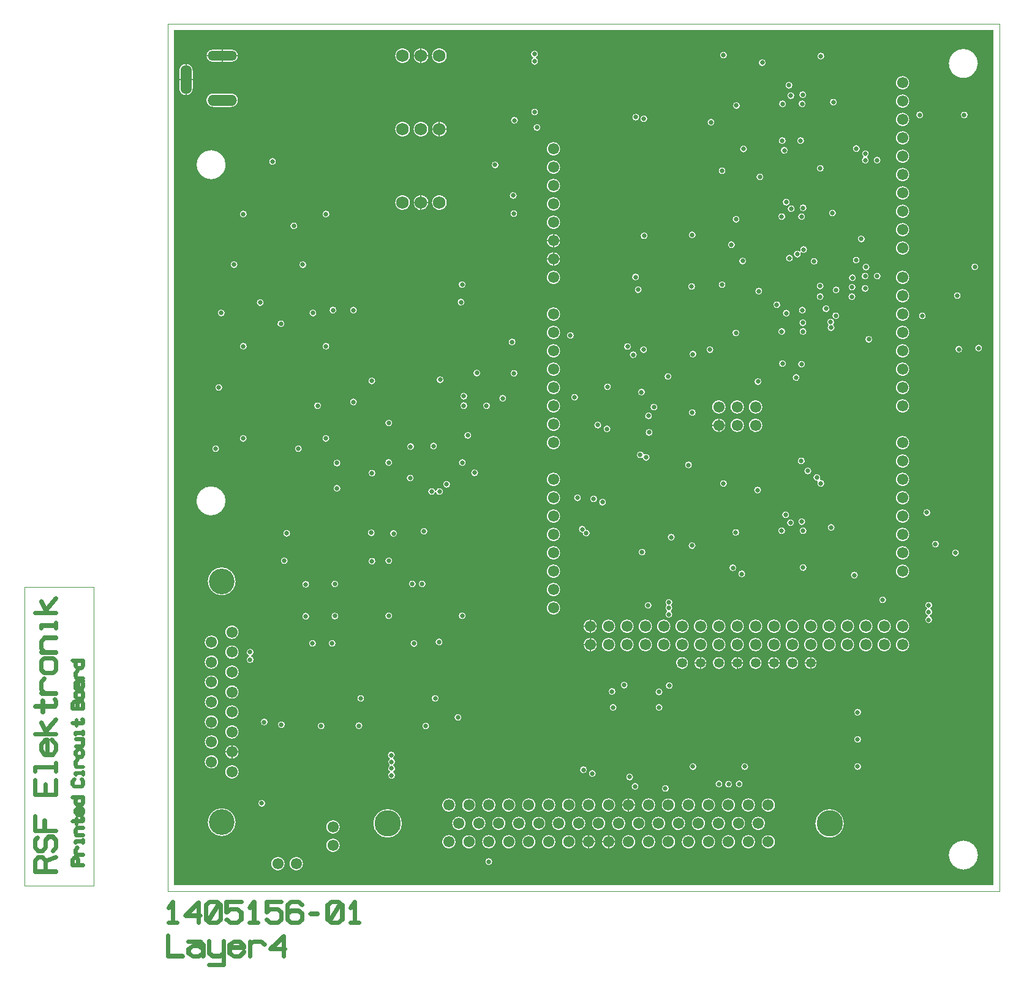
<source format=gbr>
*
G04 Job   : F:\ECADdesigns\1405165-01-00-A\PCB\1405165-01-00-A.pcb*
G04 User  : AT01PC650:at10682*
G04 Layer : Layer4.gbr*
G04 Date  : Tue May 09 13:27:59 2023*
G04 Layer4*
%ICAS*%
%MOMM*%
%FSLAX54Y54*%
%OFA0.0000B0.0000*%
G90*
G74*
%ADD13C,0.00500*%
%ADD10C,0.01000*%
%ADD11C,0.13000*%
%ADD12C,0.50000*%
%ADD14C,0.65000*%
%ADD71C,1.35000*%
%ADD16C,1.55000*%
%ADD70C,1.75000*%
%ADD15C,3.55000*%
%ADD20C,3.65000*%
%ADD18O,4.05000X1.35000*%
%ADD17O,4.05000X1.55000*%
%ADD19O,1.55000X4.05000*%
G01*
G36*
X8500Y1190738D02*
G02X9262Y1191500I762D01*
G01X16150*
Y1110200*
G03X25400Y1100950I9250*
X34650Y1110200J9250*
G01Y1135200*
G03X25400Y1144450I9250*
X16150Y1135200J9250*
G01Y1191500*
X39920*
Y540000*
G03X51250Y521927I20080*
G01Y178900*
G03X55450Y171150I9250*
G01Y95500*
G03X74700Y76250I19250*
X93950Y95500J19250*
X74700Y114750I19250*
X55450Y95500J19250*
G01Y171150*
G03X60500Y169650I5050J7750*
X69750Y178900J9250*
X60500Y188150I9250*
X51250Y178900J9250*
G01Y206500*
G03X60500Y197250I9250*
X69750Y206500J9250*
X60500Y215750I9250*
X51250Y206500J9250*
G01Y234100*
G03X60500Y224850I9250*
X69750Y234100J9250*
X60500Y243350I9250*
X51250Y234100J9250*
G01Y261700*
G03X60500Y252450I9250*
X69750Y261700J9250*
X60500Y270950I9250*
X51250Y261700J9250*
G01Y289300*
G03X60500Y280050I9250*
X69750Y289300J9250*
X60500Y298550I9250*
X51250Y289300J9250*
G01Y316900*
G03X60500Y307650I9250*
X69750Y316900J9250*
X60500Y326150I9250*
X51250Y316900J9250*
G01Y344500*
G03X60500Y335250I9250*
X69750Y344500J9250*
X60500Y353750I9250*
X51250Y344500J9250*
G01Y521927*
G03X55450Y520442I8750J18073*
G01Y428700*
G03X74700Y409450I19250*
X79650Y410097J19250*
G01Y165100*
G03X88900Y155850I9250*
X98150Y165100J9250*
X88900Y174350I9250*
X79650Y165100J9250*
G01Y192700*
G03X88900Y183450I9250*
X98150Y192700J9250*
X88900Y201950I9250*
X79650Y192700J9250*
G01Y220300*
G03X88900Y211050I9250*
X98150Y220300J9250*
X88900Y229550I9250*
X79650Y220300J9250*
G01Y247900*
G03X88900Y238650I9250*
X98150Y247900J9250*
X88900Y257150I9250*
X79650Y247900J9250*
G01Y275500*
G03X88900Y266250I9250*
X98150Y275500J9250*
X88900Y284750I9250*
X79650Y275500J9250*
G01Y303100*
G03X88900Y293850I9250*
X98150Y303100J9250*
X88900Y312350I9250*
X79650Y303100J9250*
G01Y330700*
G03X88900Y321450I9250*
X98150Y330700J9250*
X88900Y339950I9250*
X79650Y330700J9250*
G01Y358300*
G03X88900Y349050I9250*
X98150Y358300J9250*
X88900Y367550I9250*
X79650Y358300J9250*
G01Y410097*
G03X93950Y428700I4950J18603*
X74700Y447950I19250*
X55450Y428700J19250*
G01Y520442*
G03X60000Y519920I4550J19558*
X80080Y540000J20080*
X60000Y560080I20080*
X39920Y540000J20080*
G01Y1005000*
G03X60000Y984920I20080*
X61652Y984988J20080*
G01Y612100*
G03X66402Y607350I4750*
X71152Y612100J4750*
X66402Y616850I4750*
X61652Y612100J4750*
G01Y984988*
G03X65939Y985818I1652J20012*
G01Y696710*
G03X70689Y691960I4750*
X75439Y696710J4750*
X70689Y701460I4750*
X65939Y696710J4750*
G01Y985818*
G03X69478Y987298I5939J19182*
G01Y799900*
G03X74228Y795150I4750*
X78978Y799900J4750*
X74228Y804650I4750*
X69478Y799900J4750*
G01Y987298*
G03X80080Y1005000I9478J17702*
X60000Y1025080I20080*
X39920Y1005000J20080*
G01Y1191500*
X53650*
Y1094200*
G03X62900Y1084950I9250*
G01X87042*
Y866700*
G03X91792Y861950I4750*
X96542Y866700J4750*
X91792Y871450I4750*
X87042Y866700J4750*
G01Y1084950*
X87900*
G03X97150Y1094200J9250*
X87900Y1103450I9250*
G01X62900*
G03X53650Y1094200J9250*
G01Y1155700*
G03X61900Y1147450I8250*
G01X88900*
G03X97150Y1155700J8250*
X88900Y1163950I8250*
G01X61900*
G03X53650Y1155700J8250*
G01Y1191500*
X99708*
Y626450*
G03X104458Y621700I4750*
X109208Y626450J4750*
X104458Y631200I4750*
X99708Y626450J4750*
G01Y1191500*
X99858*
Y753900*
G03X104608Y749150I4750*
X109350Y753627J4750*
G01Y330670*
G03X112484Y326203I4750*
G02X112987Y325487I259J716*
X112484Y324770I762*
G03X109350Y320303I1616J4467*
X114100Y315553I4750*
X118850Y320303J4750*
X115716Y324770I4750*
G02X115214Y325487I260J717*
X115716Y326203I762*
G03X118850Y330670I1616J4467*
X114100Y335420I4750*
X109350Y330670J4750*
G01Y753627*
G03X109358Y753900I4742J273*
X104608Y758650I4750*
X99858Y753900J4750*
G01Y936700*
G03X104608Y931950I4750*
X109358Y936700J4750*
X104608Y941450I4750*
X99858Y936700J4750*
G01Y1191500*
X123266*
Y814250*
G03X125400Y810285I4750*
G01Y121550*
G03X130150Y116800I4750*
X134900Y121550J4750*
X130150Y126300I4750*
X125400Y121550J4750*
G01Y810285*
G03X128016Y809500I2616J3965*
X128758Y809558J4750*
G01Y234100*
G03X133508Y229350I4750*
X138258Y234100J4750*
X133508Y238850I4750*
X128758Y234100J4750*
G01Y809558*
G03X132766Y814250I742J4692*
X128016Y819000I4750*
X123266Y814250J4750*
G01Y1191500*
X140295*
Y1009396*
G03X143150Y1005040I4750*
G01Y38100*
G03X152400Y28850I9250*
X161650Y38100J9250*
X152400Y47350I9250*
X143150Y38100J9250*
G01Y1005040*
G03X145045Y1004646I1895J4356*
X149795Y1009396J4750*
X145045Y1014146I4750*
X140295Y1009396J4750*
G01Y1191500*
X151800*
Y785000*
G03X152560Y782422I4750*
G01Y230429*
G03X157310Y225679I4750*
X162060Y230429J4750*
X157310Y235179I4750*
X152560Y230429J4750*
G01Y782422*
G03X156508Y780250I3990J2578*
G01Y457100*
G03X161258Y452350I4750*
X166008Y457100J4750*
X161258Y461850I4750*
X156508Y457100J4750*
G01Y780250*
G03X156550I42J4750*
X159900Y781632J4750*
G01Y495011*
G03X164650Y490261I4750*
X168550Y492300J4750*
G01Y38100*
G03X177800Y28850I9250*
X187050Y38100J9250*
X177800Y47350I9250*
X168550Y38100J9250*
G01Y492300*
G03X169400Y495011I3900J2711*
X164650Y499761I4750*
X159900Y495011J4750*
G01Y781632*
G03X161300Y785000I3350J3368*
X156550Y789750I4750*
X151800Y785000J4750*
G01Y1191500*
X169750*
Y920483*
G03X174500Y915733I4750*
X175952Y915960J4750*
G01Y612100*
G03X180702Y607350I4750*
X185452Y612100J4750*
X180702Y616850I4750*
X175952Y612100J4750*
G01Y915960*
G03X179250Y920483I1452J4523*
X174500Y925233I4750*
X169750Y920483J4750*
G01Y1191500*
X182158*
Y866700*
G03X186201Y862003I4750*
G01Y380367*
G03X190951Y375617I4750*
X195621Y379502J4750*
G01Y342800*
G03X200371Y338050I4750*
X205121Y342800J4750*
X200371Y347550I4750*
X195621Y342800J4750*
G01Y379502*
G03X195701Y380367I4670J865*
X190951Y385117I4750*
X186201Y380367J4750*
G01Y424547*
G03X190951Y419797I4750*
X195701Y424547J4750*
X190951Y429297I4750*
X186201Y424547J4750*
G01Y862003*
G03X186908Y861950I707J4697*
X191658Y866700J4750*
X186908Y871450I4750*
X182158Y866700J4750*
G01Y1191500*
X196122*
Y799900*
G03X200872Y795150I4750*
X202559Y795460J4750*
G01Y671613*
G03X207309Y666863I4750*
X207542Y666869J4750*
G01Y228600*
G03X212292Y223850I4750*
X217042Y228600J4750*
X212292Y233350I4750*
X207542Y228600J4750*
G01Y666869*
G03X212059Y671613I233J4744*
X207309Y676363I4750*
X202559Y671613J4750*
G01Y795460*
G03X205622Y799900I1687J4440*
X200872Y804650I4750*
X196122Y799900J4750*
G01Y1191500*
X214008*
Y626450*
G03X218758Y621700I4750*
X219350Y621737J4750*
G01Y63500*
G03X228600Y54250I9250*
X237850Y63500J9250*
X228600Y72750I9250*
X219350Y63500J9250*
G01Y88900*
G03X228600Y79650I9250*
X237850Y88900J9250*
X228600Y98150I9250*
X219350Y88900J9250*
G01Y621737*
G03X222732Y623848I592J4713*
G01Y342800*
G03X227482Y338050I4750*
X232232Y342800J4750*
X227482Y347550I4750*
X222732Y342800J4750*
G01Y623848*
G03X223508Y626450I3974J2602*
X218758Y631200I4750*
X214008Y626450J4750*
G01Y1191500*
X214158*
Y753900*
G03X218908Y749150I4750*
X223658Y753900J4750*
X218908Y758650I4750*
X214158Y753900J4750*
G01Y936700*
G03X218908Y931950I4750*
X223658Y936700J4750*
X218908Y941450I4750*
X214158Y936700J4750*
G01Y1191500*
X223850*
Y803908*
G03X226419Y799688I4750*
G01Y380625*
G03X231169Y375875I4750*
X235919Y380625J4750*
X231169Y385375I4750*
X226419Y380625J4750*
G01Y425063*
G03X231169Y420313I4750*
X235919Y425063J4750*
X231169Y429813I4750*
X226419Y425063J4750*
G01Y799688*
G03X228600Y799158I2181J4220*
X229392Y799225J4750*
G01Y557307*
G03X234142Y552557I4750*
X238892Y557307J4750*
X234142Y562057I4750*
X229392Y557307J4750*
G01Y592322*
G03X234142Y587572I4750*
X238892Y592322J4750*
X234142Y597072I4750*
X229392Y592322J4750*
G01Y799225*
G03X233350Y803908I792J4683*
X228600Y808658I4750*
X223850Y803908J4750*
G01Y1191500*
X252108*
Y676650*
G03X256858Y671900I4750*
X259650Y672807J4750*
G01Y228950*
G03X264400Y224200I4750*
X269150Y228950J4750*
X264400Y233700I4750*
X259650Y228950J4750*
G01Y672807*
G03X261608Y676650I2792J3843*
X256858Y681400I4750*
X252108Y676650J4750*
G01Y803650*
G03X256858Y798900I4750*
X261608Y803650J4750*
X256858Y808400I4750*
X252108Y803650J4750*
G01Y1191500*
X262230*
Y266800*
G03X266980Y262050I4750*
X271730Y266800J4750*
X266980Y271550I4750*
X262230Y266800J4750*
G01Y1191500*
X276752*
Y495750*
G03X277745Y492844I4750*
G01Y456584*
G03X282495Y451834I4750*
X284350Y452212J4750*
G01Y93800*
G03X304100Y74050I19750*
X323850Y93800J19750*
X304100Y113550I19750*
X284350Y93800J19750*
G01Y452212*
G03X287245Y456584I1855J4372*
X282495Y461334I4750*
X277745Y456584J4750*
G01Y492844*
G03X281502Y491000I3757J2906*
X286252Y495750J4750*
X281502Y500500I4750*
X276752Y495750J4750*
G01Y1191500*
X277573*
Y706000*
G03X277824Y704475I4750*
G01Y578396*
G03X282574Y573646I4750*
X287324Y578396J4750*
X282574Y583146I4750*
X277824Y578396J4750*
G01Y704475*
G03X282323Y701250I4499J1525*
X287073Y706000J4750*
X282323Y710750I4750*
X277573Y706000J4750*
G01Y1191500*
X300864*
Y381010*
G03X304477Y376398I4750*
G01Y188401*
G03X306955Y184229I4750*
G02X307352Y183560I365J669*
X307018Y182929I762*
G03X304932Y178997I2664J3932*
X307029Y175057I4750*
G02X307365Y174425I426J632*
X307029Y173793I762*
G03X304932Y169853I2653J3940*
X307356Y165711I4750*
G02X307745Y165047I373J664*
X307356Y164382I762*
G03X304932Y160241I2326J4141*
X309682Y155491I4750*
X314432Y160241J4750*
X312007Y164382I4750*
G02X311618Y165047I373J665*
X312007Y165711I762*
G03X314432Y169853I2325J4142*
X312335Y173793I4750*
G02X311999Y174425I426J632*
X312335Y175057I762*
G03X314432Y178997I2653J3940*
X311954Y183168I4750*
G02X311557Y183837I365J669*
X311891Y184468I762*
G03X313977Y188401I2664J3933*
X309227Y193151I4750*
X304477Y188401J4750*
G01Y376398*
G03X305614Y376260I1137J4612*
X310364Y381010J4750*
X305614Y385760I4750*
X300864Y381010J4750*
G01Y1191500*
X300867*
Y593021*
G03X301008Y591872I4750*
G01Y457100*
G03X305758Y452350I4750*
X310508Y457100J4750*
X305758Y461850I4750*
X301008Y457100J4750*
G01Y591872*
G03X305617Y588271I4609J1149*
X307550Y588682J4750*
G01Y494898*
G03X312300Y490148I4750*
X317050Y494898J4750*
X312300Y499648I4750*
X307550Y494898J4750*
G01Y588682*
G03X310367Y593021I1933J4339*
X305617Y597771I4750*
X300867Y593021J4750*
G01Y1191500*
X301008*
Y647600*
G03X305758Y642850I4750*
X310508Y647600J4750*
X305758Y652350I4750*
X301008Y647600J4750*
G01Y1191500*
X314550*
Y952500*
G03X324800Y942250I10250*
X330692Y944113J10250*
G01Y571600*
G03X333451Y567287I4750*
G01Y425100*
G03X335765Y421022I4750*
G01Y342800*
G03X340515Y338050I4750*
X345265Y342800J4750*
X340515Y347550I4750*
X335765Y342800J4750*
G01Y421022*
G03X338201Y420350I2436J4078*
X342951Y425100J4750*
X338201Y429850I4750*
X333451Y425100J4750*
G01Y567287*
G03X335442Y566850I1991J4313*
X340192Y571600J4750*
X335442Y576350I4750*
X330692Y571600J4750*
G01Y944113*
G03X331146Y944451I5892J8387*
G01Y615094*
G03X335896Y610344I4750*
X340646Y615094J4750*
X335896Y619844I4750*
X331146Y615094J4750*
G01Y944451*
G03X335050Y952500I6346J8049*
X324800Y962750I10250*
X314550Y952500J10250*
G01Y1054100*
G03X324800Y1043850I10250*
X335050Y1054100J10250*
X324800Y1064350I10250*
X314550Y1054100J10250*
G01Y1155700*
G03X324800Y1145450I10250*
X335050Y1155700J10250*
X324800Y1165950I10250*
X314550Y1155700J10250*
G01Y1191500*
X339950*
Y952500*
G03X346976Y942770I10250*
G01Y425100*
G03X351726Y420350I4750*
X352042Y420361J4750*
G01Y228600*
G03X356792Y223850I4750*
X361542Y228600J4750*
X356792Y233350I4750*
X352042Y228600J4750*
G01Y420361*
G03X356476Y425100I316J4739*
X351726Y429850I4750*
X346976Y425100J4750*
G01Y942770*
G03X349658Y942264I3224J9730*
G01Y497841*
G03X354408Y493091I4750*
X359158Y497841J4750*
X354408Y502591I4750*
X349658Y497841J4750*
G01Y942264*
G03X350200Y942250I542J10236*
X360192Y950217J10250*
G01Y553025*
G03X364942Y548275I4750*
X365075Y548277J4750*
G01Y266800*
G03X369825Y262050I4750*
X374575Y266800J4750*
X369825Y271550I4750*
X365075Y266800J4750*
G01Y548277*
G03X369487Y551642I133J4748*
G02X370216Y552182I729J222*
X370229J762*
G01X370426Y552179*
Y344772*
G03X375176Y340022I4750*
X379550Y342920J4750*
G01Y68400*
G03X388800Y59150I9250*
X398050Y68400J9250*
X388800Y77650I9250*
X379550Y68400J9250*
G01Y119200*
G03X388800Y109950I9250*
X393350Y111146J9250*
G01Y93800*
G03X402600Y84550I9250*
X407150Y85746J9250*
G01Y68400*
G03X416400Y59150I9250*
X425650Y68400J9250*
X416400Y77650I9250*
X407150Y68400J9250*
G01Y85746*
G03X411850Y93800I4550J8054*
X402600Y103050I9250*
X393350Y93800J9250*
G01Y111146*
G03X398050Y119200I4550J8054*
X388800Y128450I9250*
X379550Y119200J9250*
G01Y342920*
G03X379926Y344772I4374J1852*
X375176Y349522I4750*
X370426Y344772J4750*
G01Y552179*
X370479Y552178*
G02X371202Y551612I13J762*
G03X375792Y548085I4590J1223*
X380542Y552835J4750*
X375792Y557585I4750*
X371248Y554218J4750*
G02X370519Y553678I729J222*
X370506J762*
G01X370255Y553682*
G02X369532Y554248I14J762*
G03X364942Y557775I4590J1223*
X360192Y553025J4750*
G01Y950217*
G03X360450Y952500I9992J2283*
X350200Y962750I10250*
X339950Y952500J10250*
G01Y1054100*
G03X350200Y1043850I10250*
X360450Y1054100J10250*
X350200Y1064350I10250*
X339950Y1054100J10250*
G01Y1155700*
G03X350200Y1145450I10250*
X360450Y1155700J10250*
X350200Y1165950I10250*
X339950Y1155700J10250*
G01Y1191500*
X362936*
Y615654*
G03X367686Y610904I4750*
X372436Y615654J4750*
X367686Y620404I4750*
X362936Y615654J4750*
G01Y1191500*
X365350*
Y952500*
G03X371905Y942939I10250*
G01Y707537*
G03X376655Y702787I4750*
X380932Y705469J4750*
G01Y562800*
G03X385682Y558050I4750*
X390432Y562800J4750*
X385682Y567550I4750*
X380932Y562800J4750*
G01Y705469*
G03X381405Y707537I4277J2068*
X376655Y712287I4750*
X371905Y707537J4750*
G01Y942939*
G03X375600Y942250I3695J9561*
X385850Y952500J10250*
X375600Y962750I10250*
X365350Y952500J10250*
G01Y1054100*
G03X375600Y1043850I10250*
X385850Y1054100J10250*
X375600Y1064350I10250*
X365350Y1054100J10250*
G01Y1155700*
G03X375600Y1145450I10250*
X385850Y1155700J10250*
X375600Y1165950I10250*
X365350Y1155700J10250*
G01Y1191500*
X396650*
Y240400*
G03X401400Y235650I4750*
X406150Y240400J4750*
X401400Y245150I4750*
X396650Y240400J4750*
G01Y1191500*
X400830*
Y814892*
G03X402389Y811373I4750*
G01Y381100*
G03X407139Y376350I4750*
X407150J4750*
G01Y119200*
G03X416400Y109950I9250*
X420950Y111146J9250*
G01Y93800*
G03X430200Y84550I9250*
X434750Y85746J9250*
G01Y68400*
G03X439250Y60463I9250*
G01Y41023*
G03X444000Y36273I4750*
X448750Y41023J4750*
X444000Y45773I4750*
X439250Y41023J4750*
G01Y60463*
G03X444000Y59150I4750J7937*
X453250Y68400J9250*
X444000Y77650I9250*
X434750Y68400J9250*
G01Y85746*
G03X439450Y93800I4550J8054*
X430200Y103050I9250*
X420950Y93800J9250*
G01Y111146*
G03X425650Y119200I4550J8054*
X416400Y128450I9250*
X407150Y119200J9250*
G01Y376350*
G03X411889Y381100I11J4750*
X407139Y385850I4750*
X402389Y381100J4750*
G01Y811373*
G03X402710Y811107I3191J3519*
G01Y592877*
G03X407460Y588127I4750*
X412210Y592877J4750*
X407460Y597627I4750*
X402710Y592877J4750*
G01Y811107*
G03X404751Y810215I2870J3785*
G01Y671700*
G03X409501Y666950I4750*
X410168Y666997J4750*
G01Y630517*
G03X414918Y625767I4750*
X419605Y629745J4750*
G01Y578726*
G03X424355Y573976I4750*
X429105Y578726J4750*
X424355Y583476I4750*
X419605Y578726J4750*
G01Y629745*
G03X419668Y630517I4687J772*
X414918Y635267I4750*
X410168Y630517J4750*
G01Y666997*
G03X414251Y671700I667J4703*
X409501Y676450I4750*
X404751Y671700J4750*
G01Y684700*
G03X409501Y679950I4750*
X414251Y684700J4750*
X409501Y689450I4750*
X404751Y684700J4750*
G01Y810215*
G03X405580Y810142I829J4677*
X410330Y814892J4750*
X405580Y819642I4750*
X400830Y814892J4750*
G01Y1191500*
X402342*
Y839167*
G03X407092Y834417I4750*
X411842Y839167J4750*
X407092Y843917I4750*
X402342Y839167J4750*
G01Y1191500*
X422667*
Y716747*
G03X427417Y711997I4750*
X432167Y716747J4750*
X427417Y721497I4750*
X422667Y716747J4750*
G01Y1191500*
X434750*
Y119200*
G03X444000Y109950I9250*
X448550Y111146J9250*
G01Y93800*
G03X457800Y84550I9250*
X462350Y85746J9250*
G01Y68400*
G03X471600Y59150I9250*
X480850Y68400J9250*
X471600Y77650I9250*
X462350Y68400J9250*
G01Y85746*
G03X467050Y93800I4550J8054*
X457800Y103050I9250*
X448550Y93800J9250*
G01Y111146*
G03X453250Y119200I4550J8054*
X444000Y128450I9250*
X434750Y119200J9250*
G01Y1191500*
X436189*
Y671511*
G03X440939Y666761I4750*
X445689Y671511J4750*
X440939Y676261I4750*
X436189Y671511J4750*
G01Y1191500*
X447969*
Y1004726*
G03X452719Y999976I4750*
X457469Y1004726J4750*
X452719Y1009476I4750*
X447969Y1004726J4750*
G01Y1191500*
X458581*
Y681870*
G03X462350Y677222I4750*
G01Y119200*
G03X471600Y109950I9250*
X476150Y111146J9250*
G01Y93800*
G03X485400Y84550I9250*
X489950Y85746J9250*
G01Y68400*
G03X499200Y59150I9250*
X508450Y68400J9250*
X499200Y77650I9250*
X489950Y68400J9250*
G01Y85746*
G03X494650Y93800I4550J8054*
X485400Y103050I9250*
X476150Y93800J9250*
G01Y111146*
G03X480850Y119200I4550J8054*
X471600Y128450I9250*
X462350Y119200J9250*
G01Y677222*
G03X463331Y677120I981J4648*
X468081Y681870J4750*
X463331Y686620I4750*
X458581Y681870J4750*
G01Y1191500*
X471500*
Y759802*
G03X474127Y755553I4750*
G01Y716450*
G03X478877Y711700I4750*
X483627Y716450J4750*
X478877Y721200I4750*
X474127Y716450J4750*
G01Y755553*
G03X476250Y755052I2123J4249*
X481000Y759802J4750*
X476250Y764552I4750*
X471500Y759802J4750*
G01Y1191500*
X472958*
Y962301*
G03X473839Y959545I4750*
G01Y937253*
G03X478589Y932503I4750*
X483339Y937253J4750*
X478589Y942003I4750*
X473839Y937253J4750*
G01Y959545*
G03X477708Y957551I3869J2756*
X482458Y962301J4750*
X477708Y967051I4750*
X472958Y962301J4750*
G01Y1191500*
X474643*
Y1066400*
G03X479393Y1061650I4750*
X484143Y1066400J4750*
X479393Y1071150I4750*
X474643Y1066400J4750*
G01Y1191500*
X489950*
Y119200*
G03X499200Y109950I9250*
X503750Y111146J9250*
G01Y93800*
G03X513000Y84550I9250*
X517550Y85746J9250*
G01Y68400*
G03X526800Y59150I9250*
X536050Y68400J9250*
X526800Y77650I9250*
X517550Y68400J9250*
G01Y85746*
G03X522250Y93800I4550J8054*
X513000Y103050I9250*
X503750Y93800J9250*
G01Y111146*
G03X508450Y119200I4550J8054*
X499200Y128450I9250*
X489950Y119200J9250*
G01Y1191500*
X502402*
Y1158000*
G03X505264Y1153641I4750*
G02X505723Y1152942I303J699*
X505298Y1152259I762*
G03X502651Y1148000I2103J4259*
G01Y1077894*
G03X505846Y1073405I4750*
G01Y1056400*
G03X510596Y1051650I4750*
X515346Y1056400J4750*
X510596Y1061150I4750*
X505846Y1056400J4750*
G01Y1073405*
G03X507401Y1073144I1555J4489*
X512151Y1077894J4750*
X507401Y1082644I4750*
X502651Y1077894J4750*
G01Y1148000*
G03X507401Y1143250I4750*
X512151Y1148000J4750*
X509290Y1152359I4750*
G02X508830Y1153058I302J699*
X509255Y1153741I762*
G03X511902Y1158000I2103J4259*
X507152Y1162750I4750*
X502402Y1158000J4750*
G01Y1191500*
X517550*
Y119200*
G03X526800Y109950I9250*
X531350Y111146J9250*
G01Y93800*
G03X540600Y84550I9250*
X545150Y85746J9250*
G01Y68400*
G03X554400Y59150I9250*
X563650Y68400J9250*
X554400Y77650I9250*
X545150Y68400J9250*
G01Y85746*
G03X549850Y93800I4550J8054*
X540600Y103050I9250*
X531350Y93800J9250*
G01Y111146*
G03X536050Y119200I4550J8054*
X526800Y128450I9250*
X517550Y119200J9250*
G01Y1191500*
X524150*
Y391900*
G03X533400Y382650I9250*
X542650Y391900J9250*
X533400Y401150I9250*
X524150Y391900J9250*
G01Y417300*
G03X533400Y408050I9250*
X542650Y417300J9250*
X533400Y426550I9250*
X524150Y417300J9250*
G01Y442700*
G03X533400Y433450I9250*
X542650Y442700J9250*
X533400Y451950I9250*
X524150Y442700J9250*
G01Y468100*
G03X533400Y458850I9250*
X542650Y468100J9250*
X533400Y477350I9250*
X524150Y468100J9250*
G01Y493500*
G03X533400Y484250I9250*
X542650Y493500J9250*
X533400Y502750I9250*
X524150Y493500J9250*
G01Y518900*
G03X533400Y509650I9250*
X542650Y518900J9250*
X533400Y528150I9250*
X524150Y518900J9250*
G01Y544300*
G03X533400Y535050I9250*
X542650Y544300J9250*
X533400Y553550I9250*
X524150Y544300J9250*
G01Y569700*
G03X533400Y560450I9250*
X542650Y569700J9250*
X533400Y578950I9250*
X524150Y569700J9250*
G01Y620500*
G03X533400Y611250I9250*
X542650Y620500J9250*
X533400Y629750I9250*
X524150Y620500J9250*
G01Y645900*
G03X533400Y636650I9250*
X542650Y645900J9250*
X533400Y655150I9250*
X524150Y645900J9250*
G01Y671300*
G03X533400Y662050I9250*
X542650Y671300J9250*
X533400Y680550I9250*
X524150Y671300J9250*
G01Y696700*
G03X533400Y687450I9250*
X542650Y696700J9250*
X533400Y705950I9250*
X524150Y696700J9250*
G01Y722100*
G03X533400Y712850I9250*
X542650Y722100J9250*
X533400Y731350I9250*
X524150Y722100J9250*
G01Y747500*
G03X533400Y738250I9250*
X542650Y747500J9250*
X533400Y756750I9250*
X524150Y747500J9250*
G01Y772900*
G03X533400Y763650I9250*
X542650Y772900J9250*
X533400Y782150I9250*
X524150Y772900J9250*
G01Y798300*
G03X533400Y789050I9250*
X542650Y798300J9250*
X533400Y807550I9250*
X524150Y798300J9250*
G01Y849100*
G03X533400Y839850I9250*
X542650Y849100J9250*
X533400Y858350I9250*
X524150Y849100J9250*
G01Y874500*
G03X533400Y865250I9250*
X542650Y874500J9250*
X533400Y883750I9250*
X524150Y874500J9250*
G01Y899900*
G03X533400Y890650I9250*
X542650Y899900J9250*
X533400Y909150I9250*
X524150Y899900J9250*
G01Y925300*
G03X533400Y916050I9250*
X542650Y925300J9250*
X533400Y934550I9250*
X524150Y925300J9250*
G01Y950700*
G03X533400Y941450I9250*
X542650Y950700J9250*
X533400Y959950I9250*
X524150Y950700J9250*
G01Y976100*
G03X533400Y966850I9250*
X542650Y976100J9250*
X533400Y985350I9250*
X524150Y976100J9250*
G01Y1001500*
G03X533400Y992250I9250*
X542650Y1001500J9250*
X533400Y1010750I9250*
X524150Y1001500J9250*
G01Y1026900*
G03X533400Y1017650I9250*
X542650Y1026900J9250*
X533400Y1036150I9250*
X524150Y1026900J9250*
G01Y1191500*
X545150*
Y119200*
G03X554400Y109950I9250*
X558950Y111146J9250*
G01Y93800*
G03X568200Y84550I9250*
X572750Y85746J9250*
G01Y68400*
G03X582000Y59150I9250*
X591250Y68400J9250*
X582000Y77650I9250*
X572750Y68400J9250*
G01Y85746*
G03X577450Y93800I4550J8054*
X568200Y103050I9250*
X558950Y93800J9250*
G01Y111146*
G03X563650Y119200I4550J8054*
X554400Y128450I9250*
X545150Y119200J9250*
G01Y1191500*
X552124*
Y768846*
G03X556874Y764096I4750*
X557914Y764211J4750*
G01Y683382*
G03X561879Y678697I4750*
G01Y544279*
G03X566629Y539529I4750*
X568444Y539889J4750*
G01Y500765*
G03X570144Y497124I4750*
G01Y168075*
G03X572750Y163836I4750*
G01Y119200*
G03X582000Y109950I9250*
X586550Y111146J9250*
G01Y93800*
G03X595800Y84550I9250*
X600350Y85746J9250*
G01Y68400*
G03X609600Y59150I9250*
X618850Y68400J9250*
X609600Y77650I9250*
X600350Y68400J9250*
G01Y85746*
G03X605050Y93800I4550J8054*
X595800Y103050I9250*
X586550Y93800J9250*
G01Y111146*
G03X591250Y119200I4550J8054*
X582000Y128450I9250*
X572750Y119200J9250*
G01Y163836*
G03X574894Y163325I2144J4239*
X579644Y168075J4750*
X574894Y172825I4750*
X570144Y168075J4750*
G01Y497124*
G03X573167Y496015I3050J3641*
G02X573925Y495257I4J762*
G03X574950Y492337I4749J28*
G01Y341100*
G03X582376Y332032I9250*
G01Y162773*
G03X587126Y158023I4750*
X591876Y162773J4750*
X587126Y167523I4750*
X582376Y162773J4750*
G01Y332032*
G03X584200Y331850I1824J9068*
X593450Y341100J9250*
X584200Y350350I9250*
X574950Y341100J9250*
G01Y366500*
G03X584200Y357250I9250*
X593450Y366500J9250*
X584200Y375750I9250*
X574950Y366500J9250*
G01Y492337*
G03X578674Y490535I3724J2948*
X583424Y495285J4750*
X578702Y500035I4750*
G02X577944Y500792I4J762*
G03X573194Y505515I4750J27*
X568444Y500765J4750*
G01Y539889*
G03X571379Y544279I1815J4390*
X566629Y549029I4750*
X561879Y544279J4750*
G01Y678697*
G03X562664Y678632I785J4685*
X567414Y683382J4750*
X562664Y688132I4750*
X557914Y683382J4750*
G01Y764211*
G03X561624Y768846I1040J4635*
X556874Y773596I4750*
X552124Y768846J4750*
G01Y1191500*
X584304*
Y542626*
G03X589054Y537876I4750*
X593804Y542626J4750*
X589054Y547376I4750*
X584304Y542626J4750*
G01Y1191500*
X589847*
Y644829*
G03X594597Y640079I4750*
X596498Y640476J4750*
G01Y538182*
G03X600350Y533518I4750*
G01Y119200*
G03X609600Y109950I9250*
X614150Y111146J9250*
G01Y93800*
G03X623400Y84550I9250*
X627950Y85746J9250*
G01Y68400*
G03X637200Y59150I9250*
X646450Y68400J9250*
X637200Y77650I9250*
X627950Y68400J9250*
G01Y85746*
G03X632650Y93800I4550J8054*
X623400Y103050I9250*
X614150Y93800J9250*
G01Y111146*
G03X618850Y119200I4550J8054*
X609600Y128450I9250*
X600350Y119200J9250*
G01Y341100*
G03X609600Y331850I9250*
X609608J9250*
G01Y276314*
G03X611126Y272833I4750*
G01Y254187*
G03X615876Y249437I4750*
X620626Y254187J4750*
X615876Y258937I4750*
X611126Y254187J4750*
G01Y272833*
G03X614358Y271564I3232J3481*
X619108Y276314J4750*
X614358Y281064I4750*
X609608Y276314J4750*
G01Y331850*
G03X618850Y341100I8J9250*
X609600Y350350I9250*
X600350Y341100J9250*
G01Y366500*
G03X609600Y357250I9250*
X618850Y366500J9250*
X609600Y375750I9250*
X600350Y366500J9250*
G01Y533518*
G03X601248Y533432I898J4664*
X605998Y538182J4750*
X601248Y542932I4750*
X596498Y538182J4750*
G01Y640476*
G03X599347Y644829I1901J4353*
X594597Y649579I4750*
X589847Y644829J4750*
G01Y1191500*
X602686*
Y639414*
G03X607436Y634664I4750*
X612186Y639414J4750*
X607436Y644164I4750*
X602686Y639414J4750*
G01Y1191500*
X603334*
Y697776*
G03X608084Y693026I4750*
X612834Y697776J4750*
X608084Y702526I4750*
X603334Y697776J4750*
G01Y1191500*
X625750*
Y341100*
G03X626346Y337833I9250*
G01Y285175*
G03X627950Y281617I4750*
G01Y119200*
G03X637200Y109950I9250*
X641750Y111146J9250*
G01Y93800*
G03X651000Y84550I9250*
X655550Y85746J9250*
G01Y68400*
G03X664800Y59150I9250*
X674050Y68400J9250*
X664800Y77650I9250*
X655550Y68400J9250*
G01Y85746*
G03X660250Y93800I4550J8054*
X651000Y103050I9250*
X641750Y93800J9250*
G01Y111146*
G03X646450Y119200I4550J8054*
X637200Y128450I9250*
X627950Y119200J9250*
G01Y281617*
G03X631096Y280425I3146J3558*
X633966Y281390J4750*
G01Y158009*
G03X638716Y153259I4750*
X641389Y154083J4750*
G01Y145037*
G03X646139Y140287I4750*
X650889Y145037J4750*
X646139Y149787I4750*
X641389Y145037J4750*
G01Y154083*
G03X643466Y158009I2673J3926*
X638716Y162759I4750*
X633966Y158009J4750*
G01Y281390*
G03X635846Y285175I2870J3785*
X631096Y289925I4750*
X626346Y285175J4750*
G01Y337833*
G03X635000Y331850I8654J3267*
X644250Y341100J9250*
X635000Y350350I9250*
X625750Y341100J9250*
G01Y366500*
G03X635000Y357250I9250*
X644250Y366500J9250*
X635000Y375750I9250*
X625750Y366500J9250*
G01Y1191500*
X630964*
Y753376*
G03X635714Y748626I4750*
X638910Y749861J4750*
G01Y742107*
G03X643660Y737357I4750*
X648410Y742107J4750*
X643660Y746857I4750*
X638910Y742107J4750*
G01Y749861*
G03X640464Y753376I3196J3515*
X635714Y758126I4750*
X630964Y753376J4750*
G01Y1191500*
X642147*
Y849615*
G03X645818Y844989I4750*
G01Y832050*
G03X648704Y827681I4750*
G01Y603650*
G03X651150Y599496I4750*
G01Y341100*
G03X655550Y333223I9250*
G01Y119200*
G03X664800Y109950I9250*
X669350Y111146J9250*
G01Y93800*
G03X678600Y84550I9250*
X683150Y85746J9250*
G01Y68400*
G03X692400Y59150I9250*
X701650Y68400J9250*
X692400Y77650I9250*
X683150Y68400J9250*
G01Y85746*
G03X687850Y93800I4550J8054*
X678600Y103050I9250*
X669350Y93800J9250*
G01Y111146*
G03X674050Y119200I4550J8054*
X664800Y128450I9250*
X655550Y119200J9250*
G01Y333223*
G03X660400Y331850I4850J7877*
X669650Y341100J9250*
X660400Y350350I9250*
X651150Y341100J9250*
G01Y366500*
G03X660400Y357250I9250*
X669650Y366500J9250*
X660400Y375750I9250*
X651150Y366500J9250*
G01Y599496*
G03X651200Y599469I2304J4154*
G01Y469150*
G03X655950Y464400I4750*
X659520Y466017J4750*
G01Y395409*
G03X664270Y390659I4750*
X669020Y395409J4750*
X664270Y400159I4750*
X659520Y395409J4750*
G01Y466017*
G03X660700Y469150I3570J3133*
X655950Y473900I4750*
X651200Y469150J4750*
G01Y599469*
G03X653454Y598900I2254J4181*
X655882Y599567J4750*
G02X656272Y599674I390J655*
X657016Y599076J762*
G03X661655Y595344I4639J1018*
X666405Y600094J4750*
X661655Y604844I4750*
X659228Y604177J4750*
G02X658838Y604070I390J655*
X658094Y604668J762*
G03X653454Y608400I4640J1018*
X648704Y603650J4750*
G01Y827681*
G03X650368Y827304I1864J4369*
G01Y690352*
G03X655118Y685602I4750*
X659868Y690352J4750*
X655118Y695102I4750*
X650368Y690352J4750*
G01Y827304*
G03X650568Y827300I200J4746*
X653200Y828096J4750*
G01Y749150*
G03X657950Y744400I4750*
X660055Y744892J4750*
G01Y657523*
G03X660850Y654894I4750*
G01Y634646*
G03X665600Y629896I4750*
X670350Y634646J4750*
X665600Y639396I4750*
X660850Y634646J4750*
G01Y654894*
G03X664805Y652773I3955J2629*
X669555Y657523J4750*
X664805Y662273I4750*
X660055Y657523J4750*
G01Y744892*
G03X662700Y749150I2105J4258*
X657950Y753900I4750*
X653200Y749150J4750*
G01Y828096*
G03X655318Y832050I2632J3954*
X650568Y836800I4750*
X645818Y832050J4750*
G01Y844989*
G03X646897Y844865I1079J4626*
X651647Y849615J4750*
X646897Y854365I4750*
X642147Y849615J4750*
G01Y1191500*
X642477*
Y1070686*
G03X647227Y1065936I4750*
X651977Y1070686J4750*
X647227Y1075436I4750*
X642477Y1070686J4750*
G01Y1191500*
X653600*
Y1068450*
G03X653912Y1066756I4750*
G01Y906614*
G03X658662Y901864I4750*
X663412Y906614J4750*
X658662Y911364I4750*
X653912Y906614J4750*
G01Y1066756*
G03X658350Y1063700I4438J1694*
X663100Y1068450J4750*
X658350Y1073200I4750*
X653600Y1068450J4750*
G01Y1191500*
X667450*
Y669776*
G03X672200Y665026I4750*
X674592Y665672J4750*
G01Y275658*
G03X674603Y275331I4750*
G01Y254187*
G03X679353Y249437I4750*
X683150Y251333J4750*
G01Y119200*
G03X692400Y109950I9250*
X696950Y111146J9250*
G01Y93800*
G03X706200Y84550I9250*
X710750Y85746J9250*
G01Y68400*
G03X720000Y59150I9250*
X729250Y68400J9250*
X720000Y77650I9250*
X710750Y68400J9250*
G01Y85746*
G03X715450Y93800I4550J8054*
X706200Y103050I9250*
X696950Y93800J9250*
G01Y111146*
G03X701650Y119200I4550J8054*
X692400Y128450I9250*
X683150Y119200J9250*
G01Y251333*
G03X683377Y251663I3797J2854*
G01Y142085*
G03X688127Y137335I4750*
X692877Y142085J4750*
X688127Y146835I4750*
X683377Y142085J4750*
G01Y251663*
G03X684103Y254187I4024J2524*
X679353Y258937I4750*
X674603Y254187J4750*
G01Y275331*
G03X679342Y270908I4739J327*
X684092Y275658J4750*
X679342Y280408I4750*
X674592Y275658J4750*
G01Y665672*
G03X676550Y667868I2392J4104*
G01Y341100*
G03X685800Y331850I9250*
X688704Y332318J9250*
G01Y284355*
G03X693454Y279605I4750*
X698204Y284355J4750*
X693454Y289105I4750*
X688704Y284355J4750*
G01Y332318*
G03X695050Y341100I2904J8782*
X685800Y350350I9250*
X676550Y341100J9250*
G01Y366500*
G03X685800Y357250I9250*
X695050Y366500J9250*
X685800Y375750I9250*
X676550Y366500J9250*
G01Y667868*
G03X676950Y669776I4350J1908*
X672200Y674526I4750*
X667450Y669776J4750*
G01Y1191500*
X687000*
Y712074*
G03X688251Y708861I4750*
G01Y399468*
G03X689623Y396129I4750*
G02X689843Y395593I542J536*
X689623Y395058I762*
G03X688251Y391718I3378J3340*
X690079Y387973I4750*
G02X690373Y387372I468J601*
X690079Y386772I762*
G03X688251Y383027I2922J3745*
X693001Y378277I4750*
X697751Y383027J4750*
X695923Y386772I4750*
G02X695630Y387372I469J600*
X695923Y387973I762*
G03X697751Y391718I2922J3745*
X696379Y395058I4750*
G02X696159Y395593I542J535*
X696379Y396129I762*
G03X697751Y399468I3378J3339*
X693001Y404218I4750*
X688251Y399468J4750*
G01Y708861*
G03X691500Y707330I3499J3213*
G01Y489719*
G03X696250Y484969I4750*
X701000Y489719J4750*
X696250Y494469I4750*
X691500Y489719J4750*
G01Y707330*
G03X691750Y707324I250J4744*
X696500Y712074J4750*
X691750Y716824I4750*
X687000Y712074J4750*
G01Y1191500*
X701950*
Y341100*
G03X702950Y336917I9250*
G01Y315700*
G03X710750Y307462I8250*
G01Y119200*
G03X720000Y109950I9250*
X724550Y111146J9250*
G01Y93800*
G03X733800Y84550I9250*
X738350Y85746J9250*
G01Y68400*
G03X747600Y59150I9250*
X756850Y68400J9250*
X747600Y77650I9250*
X738350Y68400J9250*
G01Y85746*
G03X743050Y93800I4550J8054*
X733800Y103050I9250*
X724550Y93800J9250*
G01Y111146*
G03X729250Y119200I4550J8054*
X720000Y128450I9250*
X710750Y119200J9250*
G01Y307462*
G03X711200Y307450I450J8238*
X719450Y315700J8250*
X711200Y323950I8250*
X702950Y315700J8250*
G01Y336917*
G03X711200Y331850I8250J4183*
X720450Y341100J9250*
X711200Y350350I9250*
X701950Y341100J9250*
G01Y366500*
G03X711200Y357250I9250*
X720450Y366500J9250*
X711200Y375750I9250*
X701950Y366500J9250*
G01Y1191500*
X715337*
Y589717*
G03X720087Y584967I4750*
X720171J4750*
G01Y477986*
G03X721508Y474682I4750*
G01Y172350*
G03X726258Y167600I4750*
X731008Y172350J4750*
X726258Y177100I4750*
X721508Y172350J4750*
G01Y474682*
G03X724921Y473236I3413J3304*
X727350Y473904J4750*
G01Y341100*
G03X728350Y336917I9250*
G01Y315700*
G03X736600Y307450I8250*
X738350Y307638J8250*
G01Y119200*
G03X747600Y109950I9250*
X752150Y111146J9250*
G01Y93800*
G03X761400Y84550I9250*
X765950Y85746J9250*
G01Y68400*
G03X775200Y59150I9250*
X784450Y68400J9250*
X775200Y77650I9250*
X765950Y68400J9250*
G01Y85746*
G03X770650Y93800I4550J8054*
X761400Y103050I9250*
X752150Y93800J9250*
G01Y111146*
G03X756850Y119200I4550J8054*
X747600Y128450I9250*
X738350Y119200J9250*
G01Y307638*
G03X744850Y315700I1750J8062*
X736600Y323950I8250*
X728350Y315700J8250*
G01Y336917*
G03X736600Y331850I8250J4183*
X745850Y341100J9250*
X736600Y350350I9250*
X727350Y341100J9250*
G01Y366500*
G03X736600Y357250I9250*
X745850Y366500J9250*
X736600Y375750I9250*
X727350Y366500J9250*
G01Y473904*
G03X729671Y477986I2429J4082*
X724921Y482736I4750*
X720171Y477986J4750*
G01Y584967*
G03X724837Y589717I84J4750*
X720087Y594467I4750*
X715337Y589717J4750*
G01Y1191500*
X719751*
Y836450*
G03X720546Y833819I4750*
G01Y662131*
G03X725296Y657381I4750*
X730046Y662131J4750*
X725296Y666881I4750*
X720546Y662131J4750*
G01Y833819*
G03X721446Y832813I3955J2631*
G01Y742966*
G03X726196Y738216I4750*
X730946Y742966J4750*
X726196Y747716I4750*
X721446Y742966J4750*
G01Y832813*
G03X724501Y831700I3055J3637*
X729251Y836450J4750*
X724501Y841200I4750*
X719751Y836450J4750*
G01Y1191500*
X720398*
Y907800*
G03X725148Y903050I4750*
X729898Y907800J4750*
X725148Y912550I4750*
X720398Y907800J4750*
G01Y1191500*
X744966*
Y749100*
G03X749716Y744350I4750*
X752750Y745445J4750*
G01Y341100*
G03X753750Y336917I9250*
G01Y315700*
G03X757451Y308818I8250*
G01Y148414*
G03X762201Y143664I4750*
X765950Y145498J4750*
G01Y119200*
G03X775200Y109950I9250*
X779750Y111146J9250*
G01Y93800*
G03X789000Y84550I9250*
X793550Y85746J9250*
G01Y68400*
G03X802800Y59150I9250*
X812050Y68400J9250*
X802800Y77650I9250*
X793550Y68400J9250*
G01Y85746*
G03X798250Y93800I4550J8054*
X789000Y103050I9250*
X779750Y93800J9250*
G01Y111146*
G03X784450Y119200I4550J8054*
X775200Y128450I9250*
X765950Y119200J9250*
G01Y145498*
G03X766951Y148414I3749J2916*
X762201Y153164I4750*
X757451Y148414J4750*
G01Y308818*
G03X762000Y307450I4549J6882*
X770250Y315700J8250*
X762000Y323950I8250*
X753750Y315700J8250*
G01Y336917*
G03X762000Y331850I8250J4183*
X770684Y337915J9250*
G01Y148028*
G03X775434Y143278I4750*
X780184Y148028J4750*
X775434Y152778I4750*
X770684Y148028J4750*
G01Y337915*
G03X771250Y341100I8684J3185*
X762000Y350350I9250*
X752750Y341100J9250*
G01Y366500*
G03X762000Y357250I9250*
X771250Y366500J9250*
X762000Y375750I9250*
X752750Y366500J9250*
G01Y644400*
G03X762000Y635150I9250*
X763700Y635308J9250*
G01Y564000*
G03X768450Y559250I4750*
X773200Y564000J4750*
X768450Y568750I4750*
X763700Y564000J4750*
G01Y635308*
G03X771250Y644400I1700J9092*
X762000Y653650I9250*
X752750Y644400J9250*
G01Y669800*
G03X762000Y660550I9250*
X771250Y669800J9250*
X762000Y679050I9250*
X752750Y669800J9250*
G01Y745445*
G03X754466Y749100I3034J3655*
X749716Y753850I4750*
X744966Y749100J4750*
G01Y1191500*
X746454*
Y1063700*
G03X751204Y1058950I4750*
X755954Y1063700J4750*
X751204Y1068450I4750*
X746454Y1063700J4750*
G01Y1191500*
X761751*
Y839000*
G03X766501Y834250I4750*
X771251Y839000J4750*
X766501Y843750I4750*
X761751Y839000J4750*
G01Y996500*
G03X766501Y991750I4750*
X771251Y996500J4750*
X766501Y1001250I4750*
X761751Y996500J4750*
G01Y1191500*
X763700*
Y1156500*
G03X768450Y1151750I4750*
X773200Y1156500J4750*
X768450Y1161250I4750*
X763700Y1156500J4750*
G01Y1191500*
X774607*
Y894295*
G03X776681Y890370I4750*
G01Y447447*
G03X778150Y444012I4750*
G01Y341100*
G03X779150Y336917I9250*
G01Y315700*
G03X785294Y307723I8250*
G01Y148414*
G03X790044Y143664I4750*
X793550Y145209J4750*
G01Y119200*
G03X802800Y109950I9250*
X807350Y111146J9250*
G01Y93800*
G03X816600Y84550I9250*
X821150Y85746J9250*
G01Y68400*
G03X830400Y59150I9250*
X839650Y68400J9250*
X830400Y77650I9250*
X821150Y68400J9250*
G01Y85746*
G03X825850Y93800I4550J8054*
X816600Y103050I9250*
X807350Y93800J9250*
G01Y111146*
G03X812050Y119200I4550J8054*
X802800Y128450I9250*
X793550Y119200J9250*
G01Y145209*
G03X794794Y148414I3506J3205*
X790044Y153164I4750*
X785294Y148414J4750*
G01Y307723*
G03X787400Y307450I2106J7977*
X792992Y309634J8250*
G01Y172350*
G03X797742Y167600I4750*
X802492Y172350J4750*
X797742Y177100I4750*
X792992Y172350J4750*
G01Y309634*
G03X795650Y315700I5592J6066*
X787400Y323950I8250*
X779150Y315700J8250*
G01Y336917*
G03X787400Y331850I8250J4183*
X796650Y341100J9250*
X787400Y350350I9250*
X778150Y341100J9250*
G01Y366500*
G03X787400Y357250I9250*
X796650Y366500J9250*
X787400Y375750I9250*
X778150Y366500J9250*
G01Y444012*
G03X781431Y442697I3281J3435*
X786181Y447447J4750*
X781431Y452197I4750*
X776681Y447447J4750*
G01Y890370*
G03X778150Y889700I2675J3925*
G01Y644400*
G03X780719Y638003I9250*
G01Y496349*
G03X785469Y491599I4750*
X788950Y493117J4750*
G01Y438997*
G03X793700Y434247I4750*
X798450Y438997J4750*
X793700Y443747I4750*
X788950Y438997J4750*
G01Y493117*
G03X790219Y496349I3481J3232*
X785469Y501099I4750*
X780719Y496349J4750*
G01Y638003*
G03X787400Y635150I6681J6397*
X796650Y644400J9250*
X787400Y653650I9250*
X778150Y644400J9250*
G01Y669800*
G03X787400Y660550I9250*
X796650Y669800J9250*
X787400Y679050I9250*
X778150Y669800J9250*
G01Y889700*
G03X779357Y889545I1207J4595*
X780790Y889766J4750*
G01Y772244*
G03X785540Y767494I4750*
X790290Y772244J4750*
X785540Y776994I4750*
X780790Y772244J4750*
G01Y889766*
G03X784107Y894295I1433J4529*
X779357Y899045I4750*
X774607Y894295J4750*
G01Y1191500*
X781169*
Y929549*
G03X785919Y924799I4750*
X790177Y927444J4750*
G01Y871682*
G03X794927Y866932I4750*
X799677Y871682J4750*
X794927Y876432I4750*
X790177Y871682J4750*
G01Y927444*
G03X790669Y929549I4258J2105*
X785919Y934299I4750*
X781169Y929549J4750*
G01Y1191500*
X781521*
Y1086764*
G03X786271Y1082014I4750*
X791021Y1086764J4750*
X786271Y1091514I4750*
X781521Y1086764J4750*
G01Y1191500*
X791395*
Y1026773*
G03X796145Y1022023I4750*
X800895Y1026773J4750*
X796145Y1031523I4750*
X791395Y1026773J4750*
G01Y1191500*
X803550*
Y341100*
G03X804550Y336917I9250*
G01Y315700*
G03X812800Y307450I8250*
X821050Y315700J8250*
X812800Y323950I8250*
X804550Y315700J8250*
G01Y336917*
G03X812800Y331850I8250J4183*
X821150Y337120J9250*
G01Y119200*
G03X830400Y109950I9250*
X839650Y119200J9250*
X830400Y128450I9250*
X821150Y119200J9250*
G01Y337120*
G03X822050Y341100I8350J3980*
X812800Y350350I9250*
X803550Y341100J9250*
G01Y366500*
G03X812800Y357250I9250*
X822050Y366500J9250*
X812800Y375750I9250*
X803550Y366500J9250*
G01Y644400*
G03X810875Y635353I9250*
G01Y554928*
G03X815625Y550178I4750*
X820375Y554928J4750*
X815625Y559678I4750*
X810875Y554928J4750*
G01Y635353*
G03X812800Y635150I1925J9047*
X822050Y644400J9250*
X812800Y653650I9250*
X803550Y644400J9250*
G01Y669800*
G03X812800Y660550I9250*
X822050Y669800J9250*
X812800Y679050I9250*
X803550Y669800J9250*
G01Y1191500*
X811341*
Y704901*
G03X816091Y700151I4750*
X820841Y704901J4750*
X816091Y709651I4750*
X811341Y704901J4750*
G01Y1191500*
X812414*
Y830110*
G03X817164Y825360I4750*
X821914Y830110J4750*
X817164Y834860I4750*
X812414Y830110J4750*
G01Y1191500*
X814128*
Y988076*
G03X818878Y983326I4750*
X823628Y988076J4750*
X818878Y992826I4750*
X814128Y988076J4750*
G01Y1191500*
X817250*
Y1146034*
G03X822000Y1141284I4750*
X826750Y1146034J4750*
X822000Y1150784I4750*
X817250Y1146034J4750*
G01Y1191500*
X828950*
Y341100*
G03X829950Y336917I9250*
G01Y315700*
G03X838200Y307450I8250*
X846450Y315700J8250*
X838200Y323950I8250*
X829950Y315700J8250*
G01Y336917*
G03X838200Y331850I8250J4183*
X847450Y341100J9250*
X838200Y350350I9250*
X828950Y341100J9250*
G01Y366500*
G03X838200Y357250I9250*
X847450Y366500J9250*
X838200Y375750I9250*
X828950Y366500J9250*
G01Y1191500*
X837450*
Y811317*
G03X842200Y806567I4750*
X844169Y806994J4750*
G01Y774249*
G03X844197Y773731I4750*
G01Y498600*
G03X848947Y493850I4750*
X853697Y498600J4750*
X848947Y503350I4750*
X844197Y498600J4750*
G01Y773731*
G03X845223Y771265I4722J518*
G01Y729808*
G03X849555Y725076I4750*
G01Y520715*
G03X854305Y515965I4750*
X854350J4750*
G01Y341100*
G03X855350Y336917I9250*
G01Y315700*
G03X863600Y307450I8250*
X871850Y315700J8250*
X863600Y323950I8250*
X855350Y315700J8250*
G01Y336917*
G03X863600Y331850I8250J4183*
X872850Y341100J9250*
X863600Y350350I9250*
X854350Y341100J9250*
G01Y366500*
G03X863600Y357250I9250*
X872850Y366500J9250*
X863600Y375750I9250*
X854350Y366500J9250*
G01Y515965*
G03X856348Y516426I45J4750*
G01Y509717*
G03X861098Y504967I4750*
X865848Y509717J4750*
X861098Y514467I4750*
X856348Y509717J4750*
G01Y516426*
G03X859055Y520715I2043J4289*
X854305Y525465I4750*
X849555Y520715J4750*
G01Y725076*
G03X849973Y725058I418J4732*
X854723Y729808J4750*
X849973Y734558I4750*
X845223Y729808J4750*
G01Y771265*
G03X848919Y769499I3696J2984*
X853669Y774249J4750*
X848919Y778999I4750*
X844169Y774249J4750*
G01Y806994*
G03X846950Y811317I1969J4323*
X842200Y816067I4750*
X837450Y811317J4750*
G01Y1191500*
X844269*
Y933200*
G03X849019Y928450I4750*
X850469Y928677J4750*
G01Y799550*
G03X855219Y794800I4750*
X859969Y799550J4750*
X855219Y804300I4750*
X850469Y799550J4750*
G01Y928677*
G03X853769Y933200I1450J4523*
X849019Y937950I4750*
X844269Y933200J4750*
G01Y1191500*
X844927*
Y1038300*
G03X847812Y1033931I4750*
G01Y1024900*
G03X850315Y1020715I4750*
G01Y953203*
G03X854835Y948458I4750*
G01Y875724*
G03X859585Y870974I4750*
X864140Y874375J4750*
G01Y710505*
G03X868890Y705755I4750*
X871297Y706411J4750*
G01Y595386*
G03X871910Y593052I4750*
G01Y511300*
G03X873751Y507545I4750*
G01Y498600*
G03X873800Y497920I4750*
G01Y447800*
G03X878550Y443050I4750*
X879750Y443204J4750*
G01Y341100*
G03X880750Y336917I9250*
G01Y315700*
G03X889000Y307450I8250*
X895350Y310433J8250*
G01Y93800*
G03X915100Y74050I19750*
X934850Y93800J19750*
X915100Y113550I19750*
X895350Y93800J19750*
G01Y310433*
G03X897250Y315700I6350J5267*
X889000Y323950I8250*
X880750Y315700J8250*
G01Y336917*
G03X889000Y331850I8250J4183*
X898250Y341100J9250*
X889000Y350350I9250*
X879750Y341100J9250*
G01Y366500*
G03X889000Y357250I9250*
X898250Y366500J9250*
X889000Y375750I9250*
X879750Y366500J9250*
G01Y443204*
G03X883300Y447800I1200J4596*
X878550Y452550I4750*
X873800Y447800J4750*
G01Y497920*
G03X878501Y493850I4701J680*
X883251Y498600J4750*
X878501Y503350I4750*
X873751Y498600J4750*
G01Y507545*
G03X876660Y506550I2909J3755*
X881410Y511300J4750*
X876660Y516050I4750*
X871910Y511300J4750*
G01Y593052*
G03X876047Y590636I4137J2334*
X880219Y593115J4750*
G01Y581300*
G03X884969Y576550I4750*
X889719Y581300J4750*
X884969Y586050I4750*
X880219Y581300J4750*
G01Y593115*
G03X880797Y595386I4172J2271*
X876047Y600136I4750*
X871297Y595386J4750*
G01Y706411*
G03X873640Y710505I2407J4094*
X868890Y715255I4750*
X864140Y710505J4750*
G01Y874375*
G03X864335Y875724I4555J1349*
X859585Y880474I4750*
X854835Y875724J4750*
G01Y948458*
G03X855065Y948453I230J4745*
X857296Y949009J4750*
G01Y944090*
G03X862046Y939340I4750*
X865641Y940985J4750*
G01Y881357*
G03X870391Y876607I4750*
X871540Y876748J4750*
G01Y729006*
G03X876290Y724256I4750*
X881040Y729006J4750*
X876290Y733756I4750*
X871540Y729006J4750*
G01Y876748*
G03X872700Y877206I1149J4609*
G01Y803627*
G03X873478Y801022I4750*
G01Y786392*
G03X873607Y785294I4750*
G01Y774274*
G03X878357Y769524I4750*
X883107Y774274J4750*
X878357Y779024I4750*
X873607Y774274J4750*
G01Y785294*
G03X878228Y781642I4621J1098*
X882978Y786392J4750*
X878228Y791142I4750*
X873478Y786392J4750*
G01Y801022*
G03X877450Y798877I3972J2605*
X882200Y803627J4750*
X877450Y808377I4750*
X872700Y803627J4750*
G01Y877206*
G03X875141Y881357I2309J4151*
X874875Y882924I4750*
G02X874832Y883175I719J251*
X875155Y883798I762*
G01X875337Y883926*
G02X875776Y884065I439J623*
X876254Y883896J762*
G03X879237Y882843I2983J3697*
X883987Y887593J4750*
X879237Y892343I4750*
X874487Y887593J4750*
X874753Y886026I4750*
G02X874795Y885775I720J251*
X874473Y885152I762*
G01X874291Y885024*
G02X873852Y884885I439J623*
X873374Y885054J762*
G03X870391Y886107I2983J3697*
X865641Y881357J4750*
G01Y940985*
G03X866796Y944090I3595J3105*
X862046Y948840I4750*
X857296Y944090J4750*
G01Y949009*
G03X859815Y953203I2231J4194*
X855065Y957953I4750*
X850315Y953203J4750*
G01Y1020715*
G03X852562Y1020150I2247J4185*
X857312Y1024900J4750*
X852562Y1029650I4750*
X847812Y1024900J4750*
G01Y1033931*
G03X849677Y1033550I1865J4369*
X854427Y1038300J4750*
X849677Y1043050I4750*
X844927Y1038300J4750*
G01Y1191500*
X845370*
Y1089100*
G03X850120Y1084350I4750*
X854870Y1089100J4750*
X850120Y1093850I4750*
X845370Y1089100J4750*
G01Y1191500*
X854271*
Y1114893*
G03X856784Y1110703I4750*
G01Y1100393*
G03X861534Y1095643I4750*
X866284Y1100393J4750*
X861534Y1105143I4750*
X856784Y1100393J4750*
G01Y1110703*
G03X859021Y1110143I2237J4190*
X863771Y1114893J4750*
X859021Y1119643I4750*
X854271Y1114893J4750*
G01Y1191500*
X870332*
Y1038300*
G03X871619Y1035049I4750*
G01Y933200*
G03X876369Y928450I4750*
X881119Y933200J4750*
X876369Y937950I4750*
X871619Y933200J4750*
G01Y1035049*
G03X873765Y1033736I3463J3251*
G01Y945304*
G03X878515Y940554I4750*
X883265Y945304J4750*
X878515Y950054I4750*
X873765Y945304J4750*
G01Y1033736*
G03X875082Y1033550I1317J4564*
X879832Y1038300J4750*
X875082Y1043050I4750*
X870332Y1038300J4750*
G01Y1191500*
X872325*
Y1089100*
G03X877075Y1084350I4750*
X881825Y1089100J4750*
X877075Y1093850I4750*
X872325Y1089100J4750*
G01Y1191500*
X873242*
Y1101800*
G03X877992Y1097050I4750*
X882742Y1101800J4750*
X877992Y1106550I4750*
X873242Y1101800J4750*
G01Y1191500*
X888909*
Y871288*
G03X892867Y866605I4750*
G01Y572346*
G03X897617Y567596I4750*
X898124Y567623J4750*
G02X898205Y567627I81J758*
X898967Y566865J762*
X898868Y566490I762*
G03X898252Y564150I4134J2340*
X903002Y559400I4750*
X905150Y559914J4750*
G01Y341100*
G03X914400Y331850I9250*
X923650Y341100J9250*
X914400Y350350I9250*
X905150Y341100J9250*
G01Y366500*
G03X914400Y357250I9250*
X923650Y366500J9250*
X914400Y375750I9250*
X905150Y366500J9250*
G01Y559914*
G03X907752Y564150I2148J4236*
X903002Y568900I4750*
X902495Y568873J4750*
G02X902414Y568869I81J758*
X901652Y569631J762*
X901751Y570006I762*
G03X902367Y572346I4134J2340*
X897617Y577096I4750*
X892867Y572346J4750*
G01Y866605*
G03X893659Y866538I792J4683*
X897300Y868238J4750*
G01Y822550*
G03X902050Y817800I4750*
X905302Y819088J4750*
G01Y805797*
G03X910052Y801047I4750*
X911946Y801441J4750*
G01Y787300*
G03X913561Y783732I4750*
G02X913820Y783159I503J573*
X913634Y782660I762*
G03X912474Y779550I3590J3110*
X912492Y779137I4750*
G01Y503175*
G03X917242Y498425I4750*
X921992Y503175J4750*
X917242Y507925I4750*
X912492Y503175J4750*
G01Y779137*
G03X917224Y774800I4732J413*
X921974Y779550J4750*
X920359Y783118I4750*
G02X920100Y783691I503J573*
X920286Y784190I762*
G03X921446Y787300I3590J3110*
X916696Y792050I4750*
X911946Y787300J4750*
G01Y801441*
G03X914802Y805797I1894J4356*
X910052Y810547I4750*
X905302Y805797J4750*
G01Y819088*
G03X906800Y822550I3252J3462*
X902050Y827300I4750*
X897300Y822550J4750*
G01Y837250*
G03X902050Y832500I4750*
X906800Y837250J4750*
X902050Y842000I4750*
X897300Y837250J4750*
G01Y868238*
G03X898409Y871288I3641J3050*
X893659Y876038I4750*
X888909Y871288J4750*
G01Y1191500*
X897571*
Y999977*
G03X902321Y995227I4750*
X907071Y999977J4750*
X902321Y1004727I4750*
X897571Y999977J4750*
G01Y1191500*
X898269*
Y1155096*
G03X903019Y1150346I4750*
X907769Y1155096J4750*
X903019Y1159846I4750*
X898269Y1155096J4750*
G01Y1191500*
X914274*
Y938050*
G03X918899Y933302I4750*
G01Y796101*
G03X923649Y791351I4750*
X928399Y796101J4750*
X923649Y800851I4750*
X918899Y796101J4750*
G01Y933302*
G03X919024Y933300I125J4748*
X919400Y933315J4750*
G01Y831719*
G03X924150Y826969I4750*
X928900Y831719J4750*
X924150Y836469I4750*
X919400Y831719J4750*
G01Y933315*
G03X923774Y938050I376J4735*
X919024Y942800I4750*
X914274Y938050J4750*
G01Y1191500*
X915538*
Y1091550*
G03X920288Y1086800I4750*
X925038Y1091550J4750*
X920288Y1096300I4750*
X915538Y1091550J4750*
G01Y1191500*
X930550*
Y341100*
G03X939800Y331850I9250*
X949050Y341100J9250*
X939800Y350350I9250*
X930550Y341100J9250*
G01Y366500*
G03X939800Y357250I9250*
X949050Y366500J9250*
X939800Y375750I9250*
X930550Y366500J9250*
G01Y1191500*
X941262*
Y822550*
G03X944650Y817999I4750*
G01Y437315*
G03X949200Y432569I4750*
G01Y172500*
G03X953950Y167750I4750*
X958700Y172500J4750*
X953950Y177250I4750*
X949200Y172500J4750*
G01Y210000*
G03X953950Y205250I4750*
X958700Y210000J4750*
X953950Y214750I4750*
X949200Y210000J4750*
G01Y247500*
G03X953950Y242750I4750*
X958700Y247500J4750*
X953950Y252250I4750*
X949200Y247500J4750*
G01Y432569*
G03X949400Y432565I200J4746*
X954150Y437315J4750*
X949400Y442065I4750*
X944650Y437315J4750*
G01Y817999*
G03X946012Y817800I1362J4551*
X950762Y822550J4750*
X946012Y827300I4750*
X941262Y822550J4750*
G01Y1191500*
X941395*
Y835550*
G03X946145Y830800I4750*
X950895Y835550J4750*
X946145Y840300I4750*
X941395Y835550J4750*
G01Y1191500*
X941919*
Y848550*
G03X946669Y843800I4750*
X951419Y848550J4750*
X946669Y853300I4750*
X941919Y848550J4750*
G01Y1191500*
X947156*
Y872985*
G03X951906Y868235I4750*
X955950Y870495J4750*
G01Y341100*
G03X965200Y331850I9250*
X974450Y341100J9250*
X965200Y350350I9250*
X955950Y341100J9250*
G01Y366500*
G03X965200Y357250I9250*
X974450Y366500J9250*
X965200Y375750I9250*
X955950Y366500J9250*
G01Y870495*
G03X956656Y872985I4044J2490*
X951906Y877735I4750*
X947156Y872985J4750*
G01Y1191500*
X947233*
Y1027162*
G03X951983Y1022412I4750*
X954220Y1022971J4750*
G01Y902295*
G03X958970Y897545I4750*
X959444Y897569J4750*
G01Y850926*
G03X959471Y850418I4750*
G01Y833805*
G03X964221Y829055I4750*
X964524Y829064J4750*
G01Y763416*
G03X969274Y758666I4750*
X974024Y763416J4750*
X969274Y768166I4750*
X964524Y763416J4750*
G01Y829064*
G03X968971Y833805I303J4741*
X964221Y838555I4750*
X959471Y833805J4750*
G01Y850418*
G03X964194Y846176I4723J508*
X968944Y850926J4750*
X964194Y855676I4750*
X959444Y850926J4750*
G01Y897569*
G03X960706Y897874I474J4726*
G01Y863260*
G03X965456Y858510I4750*
X970206Y863260J4750*
X965456Y868010I4750*
X960706Y863260J4750*
G01Y897874*
G03X963720Y902295I1736J4421*
X958970Y907045I4750*
X954220Y902295J4750*
G01Y1022971*
G03X956733Y1027162I2237J4191*
X951983Y1031912I4750*
X947233Y1027162J4750*
G01Y1191500*
X959812*
Y1011205*
G03X964562Y1006455I4750*
X969312Y1011205J4750*
X967385Y1015025I4750*
G02X967076Y1015638I453J613*
X967394Y1016257I762*
G03X969374Y1020116I2770J3859*
X964624Y1024866I4750*
X959874Y1020116J4750*
X961801Y1016296I4750*
G02X962110Y1015683I453J613*
X961792Y1015064I762*
G03X959812Y1011205I2770J3859*
G01Y1191500*
X976076*
Y1011205*
G03X976178Y1010228I4750*
G01Y850902*
G03X980928Y846152I4750*
X981350Y846171J4750*
G01Y341100*
G03X990600Y331850I9250*
X999850Y341100J9250*
X990600Y350350I9250*
X981350Y341100J9250*
G01Y366500*
G03X990600Y357250I9250*
X999850Y366500J9250*
X990600Y375750I9250*
X981350Y366500J9250*
G01Y846171*
G03X983714Y847055I422J4731*
G01Y402935*
G03X988464Y398185I4750*
X993214Y402935J4750*
X988464Y407685I4750*
X983714Y402935J4750*
G01Y847055*
G03X985678Y850902I2786J3847*
X980928Y855652I4750*
X976178Y850902J4750*
G01Y1010228*
G03X980826Y1006455I4648J977*
X985576Y1011205J4750*
X980826Y1015955I4750*
X976076Y1011205J4750*
G01Y1191500*
X1006750*
Y341100*
G03X1016000Y331850I9250*
X1025250Y341100J9250*
X1016000Y350350I9250*
X1006750Y341100J9250*
G01Y366500*
G03X1016000Y357250I9250*
X1025250Y366500J9250*
X1016000Y375750I9250*
X1006750Y366500J9250*
G01Y442700*
G03X1016000Y433450I9250*
X1025250Y442700J9250*
X1016000Y451950I9250*
X1006750Y442700J9250*
G01Y468100*
G03X1016000Y458850I9250*
X1025250Y468100J9250*
X1016000Y477350I9250*
X1006750Y468100J9250*
G01Y493500*
G03X1016000Y484250I9250*
X1025250Y493500J9250*
X1016000Y502750I9250*
X1006750Y493500J9250*
G01Y518900*
G03X1016000Y509650I9250*
X1025250Y518900J9250*
X1016000Y528150I9250*
X1006750Y518900J9250*
G01Y544300*
G03X1016000Y535050I9250*
X1025250Y544300J9250*
X1016000Y553550I9250*
X1006750Y544300J9250*
G01Y569700*
G03X1016000Y560450I9250*
X1025250Y569700J9250*
X1016000Y578950I9250*
X1006750Y569700J9250*
G01Y595100*
G03X1016000Y585850I9250*
X1025250Y595100J9250*
X1016000Y604350I9250*
X1006750Y595100J9250*
G01Y620500*
G03X1016000Y611250I9250*
X1025250Y620500J9250*
X1016000Y629750I9250*
X1006750Y620500J9250*
G01Y671300*
G03X1016000Y662050I9250*
X1025250Y671300J9250*
X1016000Y680550I9250*
X1006750Y671300J9250*
G01Y696700*
G03X1016000Y687450I9250*
X1025250Y696700J9250*
X1016000Y705950I9250*
X1006750Y696700J9250*
G01Y722100*
G03X1016000Y712850I9250*
X1025250Y722100J9250*
X1016000Y731350I9250*
X1006750Y722100J9250*
G01Y747500*
G03X1016000Y738250I9250*
X1025250Y747500J9250*
X1016000Y756750I9250*
X1006750Y747500J9250*
G01Y772900*
G03X1016000Y763650I9250*
X1025250Y772900J9250*
X1016000Y782150I9250*
X1006750Y772900J9250*
G01Y798300*
G03X1016000Y789050I9250*
X1025250Y798300J9250*
X1016000Y807550I9250*
X1006750Y798300J9250*
G01Y823700*
G03X1016000Y814450I9250*
X1025250Y823700J9250*
X1016000Y832950I9250*
X1006750Y823700J9250*
G01Y849100*
G03X1016000Y839850I9250*
X1025250Y849100J9250*
X1016000Y858350I9250*
X1006750Y849100J9250*
G01Y889700*
G03X1016000Y880450I9250*
X1025250Y889700J9250*
X1016000Y898950I9250*
X1006750Y889700J9250*
G01Y915100*
G03X1016000Y905850I9250*
X1025250Y915100J9250*
X1016000Y924350I9250*
X1006750Y915100J9250*
G01Y940500*
G03X1016000Y931250I9250*
X1025250Y940500J9250*
X1016000Y949750I9250*
X1006750Y940500J9250*
G01Y965900*
G03X1016000Y956650I9250*
X1025250Y965900J9250*
X1016000Y975150I9250*
X1006750Y965900J9250*
G01Y991300*
G03X1016000Y982050I9250*
X1025250Y991300J9250*
X1016000Y1000550I9250*
X1006750Y991300J9250*
G01Y1016700*
G03X1016000Y1007450I9250*
X1025250Y1016700J9250*
X1016000Y1025950I9250*
X1006750Y1016700J9250*
G01Y1042100*
G03X1016000Y1032850I9250*
X1025250Y1042100J9250*
X1016000Y1051350I9250*
X1006750Y1042100J9250*
G01Y1067500*
G03X1016000Y1058250I9250*
X1025250Y1067500J9250*
X1016000Y1076750I9250*
X1006750Y1067500J9250*
G01Y1092900*
G03X1016000Y1083650I9250*
X1025250Y1092900J9250*
X1016000Y1102150I9250*
X1006750Y1092900J9250*
G01Y1118300*
G03X1016000Y1109050I9250*
X1025250Y1118300J9250*
X1016000Y1127550I9250*
X1006750Y1118300J9250*
G01Y1191500*
X1035009*
Y1073826*
G03X1038550Y1069232I4750*
G01Y795856*
G03X1043300Y791106I4750*
X1044854Y791367J4750*
G01Y523799*
G03X1047477Y519552I4750*
G01Y395602*
G03X1049854Y391488I4750*
G02X1050235Y390828I381J660*
X1049854Y390167I762*
G03X1047477Y386053I2373J4114*
X1050830Y381513I4750*
G02X1051368Y380785I224J728*
X1050830Y380056I762*
G03X1047477Y375516I1397J4540*
X1052227Y370766I4750*
X1056977Y375516J4750*
X1053624Y380056I4750*
G02X1053087Y380785I225J729*
X1053624Y381513I762*
G03X1056977Y386053I1397J4540*
X1054600Y390167I4750*
G02X1054219Y390828I381J661*
X1054600Y391488I762*
G03X1056977Y395602I2373J4114*
X1052227Y400352I4750*
X1047477Y395602J4750*
G01Y519552*
G03X1049604Y519049I2127J4247*
X1054354Y523799J4750*
X1049604Y528549I4750*
X1044854Y523799J4750*
G01Y791367*
G03X1048050Y795856I1554J4489*
X1043300Y800606I4750*
X1038550Y795856J4750*
G01Y1069232*
G03X1039759Y1069076I1209J4594*
X1044509Y1073826J4750*
X1039759Y1078576I4750*
X1035009Y1073826J4750*
G01Y1191500*
X1056787*
Y480230*
G03X1061537Y475480I4750*
X1066287Y480230J4750*
X1061537Y484980I4750*
X1056787Y480230J4750*
G01Y1191500*
X1079920*
Y50000*
G03X1100000Y29920I20080*
X1120080Y50000J20080*
X1100000Y70080I20080*
X1079920Y50000J20080*
G01Y1145000*
G03X1084359Y1132408I20080*
G01Y468016*
G03X1089109Y463266I4750*
X1093859Y468016J4750*
X1089109Y472766I4750*
X1084359Y468016J4750*
G01Y1132408*
G03X1086909Y1129774I15641J12592*
G01Y823812*
G03X1089006Y819871I4750*
G01Y749709*
G03X1093756Y744959I4750*
X1098506Y749709J4750*
X1093756Y754459I4750*
X1089006Y749709J4750*
G01Y819871*
G03X1091659Y819062I2653J3941*
X1096409Y823812J4750*
X1091659Y828562I4750*
X1086909Y823812J4750*
G01Y1129774*
G03X1096559Y1125217I13091J15226*
G01Y1073767*
G03X1101309Y1069017I4750*
X1106059Y1073767J4750*
X1101309Y1078517I4750*
X1096559Y1073767J4750*
G01Y1125217*
G03X1100000Y1124920I3441J19783*
X1111089Y1128260J20080*
G01Y863626*
G03X1115839Y858876I4750*
X1116443Y858915J4750*
G01Y751203*
G03X1121193Y746453I4750*
X1125943Y751203J4750*
X1121193Y755953I4750*
X1116443Y751203J4750*
G01Y858915*
G03X1120589Y863626I604J4711*
X1115839Y868376I4750*
X1111089Y863626J4750*
G01Y1128260*
G03X1120080Y1145000I11089J16740*
X1100000Y1165080I20080*
X1079920Y1145000J20080*
G01Y1191500*
X1140738*
G02X1141500Y1190738J762*
G01Y9262*
G02X1140738Y8500I762*
G01X9262*
G02X8500Y9262J762*
G01Y1190738*
G37*
G54D10*
X0Y0D02*
X1150000D01*
Y1200000*
X0*
Y0*
G54D11*
X25400Y1110200D02*
Y1100188D01*
Y1122700D02*
X15388D01*
X25400D02*
X35412D01*
X25400Y1135200D02*
Y1145212D01*
X61900Y1155700D02*
X52888D01*
X75400D02*
Y1164712D01*
Y1155700D02*
Y1146688D01*
X88900Y192700D02*
X78888D01*
X88900D02*
Y182688D01*
Y192700D02*
X98912D01*
X88900D02*
Y202712D01*
Y1155700D02*
X97912D01*
X350200Y952500D02*
X339188D01*
X350200D02*
Y941488D01*
Y952500D02*
Y963512D01*
Y952500D02*
X361212D01*
X350200Y1155700D02*
X361212D01*
X350200D02*
Y1144688D01*
Y1155700D02*
Y1166712D01*
Y1155700D02*
X339188D01*
X375600Y1054100D02*
Y1043088D01*
Y1054100D02*
X364588D01*
X375600D02*
Y1065112D01*
Y1054100D02*
X386612D01*
X533400Y874500D02*
Y864488D01*
Y874500D02*
X523388D01*
X533400D02*
X543412D01*
X533400D02*
Y884512D01*
Y899900D02*
X543412D01*
X533400D02*
X523388D01*
X533400D02*
Y889888D01*
Y899900D02*
Y909912D01*
X582000Y68400D02*
X592012D01*
X582000D02*
X571988D01*
X582000D02*
Y58388D01*
Y68400D02*
Y78412D01*
X584200Y341100D02*
X574188D01*
X584200D02*
Y331088D01*
Y341100D02*
X594212D01*
X584200D02*
Y351112D01*
Y366500D02*
X574188D01*
X584200D02*
Y356488D01*
Y366500D02*
Y376512D01*
Y366500D02*
X594212D01*
X609600Y68400D02*
Y78412D01*
Y68400D02*
X599588D01*
X609600D02*
X619612D01*
X609600D02*
Y58388D01*
X637200Y119200D02*
Y109188D01*
Y119200D02*
X647212D01*
X637200D02*
Y129212D01*
Y119200D02*
X627188D01*
X736600Y315700D02*
X727588D01*
X736600D02*
X745612D01*
X736600D02*
Y306688D01*
Y315700D02*
Y324712D01*
X762000Y644400D02*
X751988D01*
X762000D02*
X772012D01*
X762000D02*
Y654412D01*
Y644400D02*
Y634388D01*
X787400Y315700D02*
X796412D01*
X787400D02*
X778388D01*
X787400D02*
Y324712D01*
Y315700D02*
Y306688D01*
X838200Y315700D02*
Y306688D01*
Y315700D02*
X847212D01*
X838200D02*
X829188D01*
X838200D02*
Y324712D01*
X889000Y315700D02*
X898012D01*
X889000D02*
Y324712D01*
Y315700D02*
X879988D01*
X889000D02*
Y306688D01*
G54D12*
X-183520Y165492D02*
X-183460Y165252D01*
X-183340Y165102*
X-183130Y165042*
X-182890Y165012*
X-182680Y165042*
X-182470Y165102*
X-182350Y165252*
X-182290Y165492*
Y170742*
X-154780*
Y165492*
X-154720Y165252*
X-154570Y165102*
X-154360Y165042*
X-154120Y165012*
X-153910Y165042*
X-153730Y165102*
X-153580Y165252*
X-153520Y165492*
Y177192*
X-153580Y177402*
X-153730Y177582*
X-153910Y177672*
X-154120Y177702*
X-154360Y177672*
X-154570Y177582*
X-154720Y177402*
X-154780Y177192*
Y171912*
X-182920*
X-183130Y171852*
X-183310Y171732*
X-183460Y171582*
X-183520Y171342*
Y165492*
X-182920Y256182D02*
X-183130Y256122D01*
X-183310Y255972*
X-183400Y255792*
X-183430Y255582*
X-183400Y255372*
X-183310Y255162*
X-183130Y255012*
X-182920Y254982*
X-173230*
Y247632*
X-173170Y247422*
X-173050Y247272*
X-172840Y247182*
X-172630*
X-172420*
X-172210Y247272*
X-172090Y247422*
X-172030Y247632*
Y254982*
X-156160*
X-156010Y255012*
X-155860Y255102*
X-155770Y255162*
X-155710Y255282*
X-153640Y258282*
X-153550Y258402*
X-153520Y258582*
Y262602*
X-153550Y262782*
X-153640Y262932*
X-155710Y265932*
X-155860Y266112*
X-156040Y266172*
X-156250Y266142*
X-156460Y266022*
X-156610Y265872*
X-156730Y265722*
X-156760Y265512*
X-156670Y265302*
X-154750Y262422*
Y258702*
X-156460Y256182*
X-172030*
Y263592*
X-172090Y263802*
X-172210Y263982*
X-172420Y264072*
X-172630Y264102*
X-172840Y264072*
X-173050Y263982*
X-173170Y263802*
X-173230Y263592*
Y256182*
X-182920*
X-182290Y27552D02*
Y41892D01*
X-178510Y46572*
X-172930*
X-169120Y41892*
Y27552*
X-182290*
Y103842D02*
X-182350Y104052D01*
X-182470Y104232*
X-182680Y104322*
X-182890Y104352*
X-183130Y104322*
X-183340Y104232*
X-183460Y104052*
X-183520Y103842*
Y83592*
X-183460Y83382*
X-183310Y83202*
X-183130Y83052*
X-182920Y82992*
X-154120*
X-153910Y83052*
X-153730Y83202*
X-153640Y83382*
X-153610Y83592*
X-153640Y83832*
X-153730Y84042*
X-153910Y84192*
X-154120Y84252*
X-169270*
Y97842*
X-169300Y98052*
X-169450Y98232*
X-169660Y98322*
X-169870Y98352*
X-170110Y98322*
X-170320Y98232*
X-170440Y98052*
X-170500Y97842*
Y84252*
X-182290*
Y103842*
Y153642D02*
X-182350Y153852D01*
X-182470Y154032*
X-182680Y154122*
X-182890Y154152*
X-183130Y154122*
X-183340Y154032*
X-183460Y153852*
X-183520Y153642*
Y133392*
X-183460Y133182*
X-183310Y133002*
X-183130Y132852*
X-182920Y132792*
X-154120*
X-153910Y132852*
X-153730Y133002*
X-153580Y133182*
X-153520Y133392*
Y153642*
X-153580Y153852*
X-153730Y154032*
X-153910Y154122*
X-154120Y154152*
X-154360Y154122*
X-154570Y154032*
X-154720Y153852*
X-154780Y153642*
Y134052*
X-167920*
Y147642*
X-167980Y147852*
X-168130Y148032*
X-168310Y148122*
X-168520Y148152*
X-168730Y148122*
X-168940Y148032*
X-169090Y147852*
X-169120Y147642*
Y134052*
X-182290*
Y153642*
X-174970Y195042D02*
X-174940Y203172D01*
X-174910Y203292*
X-174880Y203412*
X-174790Y203592*
X-168730Y209682*
X-168580Y209712*
X-168460Y209742*
X-168400*
Y209772*
X-168250Y209802*
X-166240*
X-166030Y209772*
X-165850Y209622*
X-165700Y209472*
X-165640Y209202*
Y189612*
X-158440*
X-154720Y195192*
Y202872*
X-160630Y208782*
X-160750Y208962*
Y209172*
X-160690Y209412*
X-160540Y209592*
X-160360Y209712*
X-160150Y209802*
X-159910*
X-159730Y209682*
X-153700Y203592*
X-153580Y203412*
X-153550Y203292*
X-153520Y203172*
Y195042*
X-153550Y194862*
X-153640Y194712*
X-157660Y188682*
X-157720Y188562*
X-157840Y188502*
X-157990Y188412*
X-158140Y188382*
X-170320*
X-170470Y188412*
X-170620Y188502*
X-170710Y188562*
X-170740Y188592*
X-170800Y188682*
X-174820Y194712*
X-174940Y194862*
X-174970Y195042*
X-174130Y233712D02*
X-174280Y233922D01*
X-174460Y233982*
X-174670*
X-174880Y233892*
X-175060Y233772*
X-175210Y233592*
X-175240Y233472*
X-175270Y233382*
X-175240Y233262*
X-175210Y233142*
X-167440Y217902*
X-182920*
X-183130Y217842*
X-183310Y217692*
X-183400Y217482*
X-183430Y217242*
X-183400Y217032*
X-183310Y216852*
X-183130Y216702*
X-182920Y216642*
X-154120*
X-153880Y216702*
X-153730Y216852*
X-153640Y217032*
X-153610Y217242*
X-153640Y217482*
X-153730Y217692*
X-153880Y217842*
X-154120Y217902*
X-166060*
X-167800Y221202*
X-153670Y237102*
X-153550Y237282*
Y237492*
X-153640Y237672*
X-153760Y237852*
X-153940Y237972*
X-154180Y238032*
X-154390*
X-154570Y237912*
X-168400Y222342*
X-174130Y233712*
Y401172D02*
X-174280Y401382D01*
X-174460Y401442*
X-174670*
X-174880Y401352*
X-175060Y401232*
X-175210Y401052*
X-175240Y400932*
X-175270Y400842*
X-175240Y400722*
X-175210Y400602*
X-167440Y385362*
X-182920*
X-183130Y385302*
X-183310Y385152*
X-183400Y384942*
X-183430Y384702*
X-183400Y384492*
X-183310Y384312*
X-183130Y384162*
X-182920Y384102*
X-154120*
X-153880Y384162*
X-153730Y384312*
X-153640Y384492*
X-153610Y384702*
X-153640Y384942*
X-153730Y385152*
X-153880Y385302*
X-154120Y385362*
X-166060*
X-167800Y388662*
X-153670Y404562*
X-153550Y404742*
Y404952*
X-153640Y405132*
X-153760Y405312*
X-153940Y405432*
X-154180Y405492*
X-154390*
X-154570Y405372*
X-168400Y389802*
X-174130Y401172*
X-172120Y47562D02*
X-172180Y47652D01*
X-172330Y47682*
X-172480Y47742*
X-172630Y47772*
X-178810*
X-178960Y47742*
X-179050Y47682*
X-179140*
X-179170Y47652*
X-179200Y47592*
X-179290Y47562*
X-183400Y42462*
X-183460Y42312*
X-183490Y42192*
X-183520Y42072*
Y26952*
X-183460Y26682*
X-183310Y26502*
X-183130Y26352*
X-182920Y26292*
X-154120*
X-153880Y26352*
X-153730Y26502*
X-153640Y26682*
X-153610Y26892*
X-153640Y27132*
X-153730Y27342*
X-153880Y27492*
X-154120Y27552*
X-167920*
Y41652*
X-153940Y46572*
X-153730Y46692*
X-153610Y46902*
X-153580Y47112*
X-153640Y47322*
X-153730Y47502*
X-153910Y47652*
X-154090Y47712*
X-154330Y47682*
X-168310Y42762*
X-172120Y47562*
X-170020Y302682D02*
X-158440D01*
X-154720Y306372*
Y317952*
X-158440Y321672*
X-170020*
X-173740Y317952*
Y306372*
X-170020Y302682*
X-169960Y189612D02*
X-166840D01*
Y208602*
X-168010*
X-173740Y202872*
Y195192*
X-169960Y189612*
X-169030Y70812D02*
X-164920Y75882D01*
X-164800Y75972*
X-164650Y76002*
X-164560Y76032*
X-164470Y76062*
X-164410Y76092*
X-158230*
X-158140Y76062*
X-157930Y76002*
X-157870Y75972*
X-157750Y75882*
X-153640Y70842*
X-153580Y70692*
X-153550Y70662*
Y70572*
X-153520Y70542*
Y70512*
Y70452*
Y60342*
X-153550Y60222*
X-153580Y60102*
X-153640Y59982*
X-157750Y54942*
X-157810Y54852*
X-157900Y54792*
X-157990Y54762*
X-158080Y54732*
X-158290Y54792*
X-158500Y54882*
X-158650Y55032*
X-158770Y55212*
X-158800Y55422*
X-158740Y55632*
X-154750Y60522*
Y70212*
X-158530Y74892*
X-164110*
X-167920Y70212*
Y60342*
Y60192*
X-167950Y60072*
X-168010Y59982*
X-172120Y54942*
X-172150Y54852*
X-172210Y54822*
X-172300Y54762*
X-172510Y54702*
X-172630Y54672*
X-178810*
X-178960Y54702*
X-179080Y54762*
X-179140Y54822*
X-179200Y54852*
X-179290Y54942*
X-183400Y59982*
X-183430Y60102*
X-183460Y60162*
X-183490Y60222*
Y60192*
X-183520Y60342*
Y70452*
X-183490Y70572*
X-183460Y70632*
X-183430Y70722*
X-183400Y70812*
X-180310Y74592*
X-180160Y74742*
X-179980Y74802*
X-179770Y74772*
X-179560Y74682*
X-179410Y74502*
X-179290Y74292*
X-179260Y74082*
X-179320Y73872*
X-182290Y70272*
Y60522*
X-178510Y55902*
X-172930*
X-169120Y60522*
Y70422*
X-169090Y70572*
X-169060Y70692*
X-169030Y70812*
X-154120Y273042D02*
X-153880Y273102D01*
X-153730Y273252*
X-153640Y273432*
X-153610Y273642*
X-153640Y273882*
X-153730Y274092*
X-153880Y274242*
X-154120Y274302*
X-170020*
X-173740Y278922*
Y288612*
X-169810Y293532*
X-169720Y293712*
X-169750Y293922*
X-169840Y294132*
X-169990Y294282*
X-170200Y294402*
X-170410Y294432*
X-170620Y294402*
X-170800Y294282*
X-174820Y289212*
X-174880Y289062*
X-174910Y288942*
X-174940Y288822*
Y278712*
X-174910Y278592*
X-174880Y278502*
X-174820Y278352*
X-171580Y274302*
X-174340*
X-174580Y274242*
X-174730Y274092*
X-174850Y273882*
X-174880Y273642*
X-174850Y273432*
X-174730Y273252*
X-174580Y273102*
X-174340Y273042*
X-170380*
X-170320*
X-170200*
X-154120*
Y349962D02*
X-153880Y349992D01*
X-153730Y350142*
X-153640Y350352*
X-153610Y350562*
X-153640Y350772*
X-153730Y350952*
X-153880Y351102*
X-154120Y351162*
X-170320*
X-170410Y351132*
X-170530Y351072*
X-170680Y351042*
X-170800Y350952*
X-174820Y345882*
X-174880Y345732*
X-174910Y345612*
X-174940Y345492*
Y335382*
X-174910Y335262*
X-174880Y335172*
X-174820Y335022*
X-171580Y330972*
X-174340*
X-174580Y330912*
X-174730Y330762*
X-174850Y330552*
X-174880Y330312*
X-174850Y330102*
X-174730Y329922*
X-174580Y329772*
X-174340Y329712*
X-154120*
X-153880Y329772*
X-153730Y329922*
X-153640Y330102*
X-153610Y330312*
X-153640Y330552*
X-153730Y330762*
X-153880Y330912*
X-154120Y330972*
X-170020*
X-173740Y335592*
Y345282*
X-170020Y349962*
X-154120*
X-153520Y318252D02*
Y306132D01*
Y306012*
X-153550Y305952*
X-153580Y305802*
X-153700Y305652*
X-157720Y301632*
X-157870Y301482*
X-158020Y301452*
X-158170*
X-170320*
X-170410*
X-170590Y301482*
X-170770Y301632*
X-174790Y305652*
X-174880Y305802*
X-174910Y305952*
X-174940Y306012*
X-174970Y306132*
X-174940Y318252*
X-174910Y318372*
X-174880Y318492*
X-174790Y318672*
X-170770Y322752*
X-170620Y322782*
X-170500Y322812*
X-170440Y322842*
X-170410*
X-170320Y322872*
X-158170*
X-158020Y322842*
X-157930Y322812*
X-157720Y322752*
X-153700Y318672*
X-153580Y318492*
X-153550Y318372*
X-153520Y318252*
Y371292D02*
X-153580Y371532D01*
X-153700Y371652*
X-153910Y371742*
X-154120Y371772*
X-154330Y371742*
X-154540Y371652*
X-154660Y371532*
X-154720Y371292*
Y368142*
X-174340*
X-174580Y368082*
X-174730Y367962*
X-174910Y367782*
X-174940Y367572*
Y363852*
X-174910Y363642*
X-174760Y363492*
X-174550Y363402*
X-174340Y363372*
X-174130Y363402*
X-173950Y363492*
X-173800Y363642*
X-173740Y363852*
Y367002*
X-154720*
Y363852*
X-154660Y363642*
X-154540Y363492*
X-154330Y363402*
X-154120Y363372*
X-153910Y363402*
X-153700Y363492*
X-153580Y363642*
X-153520Y363852*
Y371292*
X-131160Y96981D02*
X-131265Y96951D01*
X-131355Y96876*
X-131400Y96786*
X-131415Y96681*
X-131400Y96576*
X-131355Y96471*
X-131265Y96396*
X-131160Y96381*
X-126315*
Y92706*
X-126285Y92601*
X-126225Y92526*
X-126120Y92481*
X-126015*
X-125910*
X-125805Y92526*
X-125745Y92601*
X-125715Y92706*
Y96381*
X-117780*
X-117705Y96396*
X-117630Y96441*
X-117585Y96471*
X-117555Y96531*
X-116520Y98031*
X-116475Y98091*
X-116460Y98181*
Y100191*
X-116475Y100281*
X-116520Y100356*
X-117555Y101856*
X-117630Y101946*
X-117720Y101976*
X-117825Y101961*
X-117930Y101901*
X-118005Y101826*
X-118065Y101751*
X-118080Y101646*
X-118035Y101541*
X-117075Y100101*
Y98241*
X-117930Y96981*
X-125715*
Y100686*
X-125745Y100791*
X-125805Y100881*
X-125910Y100926*
X-126015Y100941*
X-126120Y100926*
X-126225Y100881*
X-126285Y100791*
X-126315Y100686*
Y96981*
X-131160*
Y232806D02*
X-131265Y232776D01*
X-131355Y232701*
X-131400Y232611*
X-131415Y232506*
X-131400Y232401*
X-131355Y232296*
X-131265Y232221*
X-131160Y232206*
X-126315*
Y228531*
X-126285Y228426*
X-126225Y228351*
X-126120Y228306*
X-126015*
X-125910*
X-125805Y228351*
X-125745Y228426*
X-125715Y228531*
Y232206*
X-117780*
X-117705Y232221*
X-117630Y232266*
X-117585Y232296*
X-117555Y232356*
X-116520Y233856*
X-116475Y233916*
X-116460Y234006*
Y236016*
X-116475Y236106*
X-116520Y236181*
X-117555Y237681*
X-117630Y237771*
X-117720Y237801*
X-117825Y237786*
X-117930Y237726*
X-118005Y237651*
X-118065Y237576*
X-118080Y237471*
X-118035Y237366*
X-117075Y235926*
Y234066*
X-117930Y232806*
X-125715*
Y236511*
X-125745Y236616*
X-125805Y236706*
X-125910Y236751*
X-126015Y236766*
X-126120Y236751*
X-126225Y236706*
X-126285Y236616*
X-126315Y236511*
Y232806*
X-131160*
X-130845Y36426D02*
Y43596D01*
X-128955Y45936*
X-126165*
X-124260Y43596*
Y36426*
X-130845*
Y252591D02*
Y259896D01*
X-128985Y261561*
X-126195*
X-124860Y259911*
Y252591*
X-130845*
X-129210Y262191D02*
X-131355Y260256D01*
X-131430Y260151*
X-131460Y260046*
Y252261*
X-131430Y252156*
X-131370Y252066*
X-131265Y251991*
X-131160Y251961*
X-124605*
X-124560*
X-124515*
X-116760*
X-116655Y251991*
X-116550Y252066*
X-116475Y252156*
X-116460Y252261*
Y260136*
X-118605Y262596*
X-118695Y262656*
X-118815Y262686*
X-122025*
X-124515Y260481*
X-125775Y262056*
X-125835Y262101*
X-125910Y262146*
X-125985Y262176*
X-126030Y262191*
X-129210*
X-127185Y108756D02*
X-127170Y112821D01*
X-127155Y112881*
X-127140Y112941*
X-127095Y113031*
X-124065Y116076*
X-123990Y116091*
X-123930Y116106*
X-123900*
Y116121*
X-123825Y116136*
X-122820*
X-122715Y116121*
X-122625Y116046*
X-122550Y115971*
X-122520Y115836*
Y106041*
X-118920*
X-117060Y108831*
Y112671*
X-120015Y115626*
X-120075Y115716*
Y115821*
X-120045Y115941*
X-119970Y116031*
X-119880Y116091*
X-119775Y116136*
X-119655*
X-119565Y116076*
X-116550Y113031*
X-116490Y112941*
X-116475Y112881*
X-116460Y112821*
Y108756*
X-116475Y108666*
X-116520Y108591*
X-118530Y105576*
X-118560Y105516*
X-118620Y105486*
X-118695Y105441*
X-118770Y105426*
X-124860*
X-124935Y105441*
X-125010Y105486*
X-125055Y105516*
X-125070Y105531*
X-125100Y105576*
X-127110Y108591*
X-127170Y108666*
X-127185Y108756*
X-125760Y46431D02*
X-125790Y46476D01*
X-125865Y46491*
X-125940Y46521*
X-126015Y46536*
X-129105*
X-129180Y46521*
X-129225Y46491*
X-129270*
X-129285Y46476*
X-129300Y46446*
X-129345Y46431*
X-131400Y43881*
X-131430Y43806*
X-131445Y43746*
X-131460Y43686*
Y36126*
X-131430Y35991*
X-131355Y35901*
X-131265Y35826*
X-131160Y35796*
X-116760*
X-116640Y35826*
X-116565Y35901*
X-116520Y35991*
X-116505Y36096*
X-116520Y36216*
X-116565Y36321*
X-116640Y36396*
X-116760Y36426*
X-123660*
Y43686*
X-123675Y43791*
X-123690Y43821*
Y43851*
X-123705Y43881*
X-125760Y46431*
X-124845Y120186D02*
X-126720Y122496D01*
Y127296*
X-123810Y129681*
X-118965*
X-117075Y127341*
Y122496*
X-118965Y120186*
X-124845*
Y309246D02*
X-126720Y311556D01*
Y316356*
X-123810Y318741*
X-118965*
X-117075Y316401*
Y311556*
X-118965Y309246*
X-124845*
X-124710Y266766D02*
X-118920D01*
X-117060Y268611*
Y274401*
X-118920Y276261*
X-124710*
X-126570Y274401*
Y268611*
X-124710Y266766*
X-124680Y106041D02*
X-123120D01*
Y115536*
X-123705*
X-126570Y112671*
Y108831*
X-124680Y106041*
X-124245Y252591D02*
Y259881D01*
X-121770Y262086*
X-118950*
X-117075Y259911*
Y252591*
X-124245*
X-121650Y280911D02*
X-123540Y283686D01*
Y287601*
X-121650Y290406*
X-118920*
X-117060Y287601*
Y283686*
X-118920Y280911*
X-121650*
X-118770Y199956D02*
X-118725Y199971D01*
X-118650Y200001*
X-118590Y200031*
X-118545Y200091*
X-116520Y202611*
X-116490Y202671*
X-116475Y202731*
X-116460Y202791*
Y207846*
Y207876*
X-116475Y207906*
Y207921*
Y207951*
X-116490Y207981*
X-116520Y208041*
X-118155Y210081*
X-116760*
X-116640Y210096*
X-116565Y210171*
X-116520Y210276*
X-116505Y210381*
X-116520Y210486*
X-116565Y210576*
X-116640Y210651*
X-116760Y210681*
X-126870*
X-126990Y210651*
X-127065Y210576*
X-127125Y210486*
X-127140Y210381*
X-127125Y210276*
X-127065Y210171*
X-126990Y210096*
X-126870Y210081*
X-118920*
X-117060Y207741*
Y202896*
X-118920Y200586*
X-126870*
X-126990Y200556*
X-127065Y200481*
X-127125Y200376*
X-127140Y200256*
X-127125Y200151*
X-127065Y200061*
X-126990Y199986*
X-126870Y199956*
X-118770*
X-116760Y49971D02*
X-116640Y50001D01*
X-116565Y50076*
X-116520Y50166*
X-116505Y50271*
X-116520Y50391*
X-116565Y50496*
X-116640Y50571*
X-116760Y50601*
X-124710*
X-126570Y52911*
Y57756*
X-124605Y60216*
X-124560Y60306*
X-124575Y60411*
X-124620Y60516*
X-124695Y60591*
X-124800Y60651*
X-124905Y60666*
X-125010Y60651*
X-125100Y60591*
X-127110Y58056*
X-127140Y57981*
X-127155Y57921*
X-127170Y57861*
Y52806*
X-127155Y52746*
X-127140Y52701*
X-127110Y52626*
X-125490Y50601*
X-126870*
X-126990Y50571*
X-127065Y50496*
X-127125Y50391*
X-127140Y50271*
X-127125Y50166*
X-127065Y50076*
X-126990Y50001*
X-126870Y49971*
X-124890*
X-124860*
X-124800*
X-116760*
Y87336D02*
X-116640Y87351D01*
X-116565Y87426*
X-116520Y87531*
X-116505Y87636*
X-116520Y87741*
X-116565Y87831*
X-116640Y87906*
X-116760Y87936*
X-124860*
X-124905Y87921*
X-124965Y87891*
X-125040Y87876*
X-125100Y87831*
X-127110Y85296*
X-127140Y85221*
X-127155Y85161*
X-127170Y85101*
Y80046*
X-127155Y79986*
X-127140Y79941*
X-127110Y79866*
X-125490Y77841*
X-126870*
X-126990Y77811*
X-127065Y77736*
X-127125Y77631*
X-127140Y77511*
X-127125Y77406*
X-127065Y77316*
X-126990Y77241*
X-126870Y77211*
X-116760*
X-116640Y77241*
X-116565Y77316*
X-116520Y77406*
X-116505Y77511*
X-116520Y77631*
X-116565Y77736*
X-116640Y77811*
X-116760Y77841*
X-124710*
X-126570Y80151*
Y84996*
X-124710Y87336*
X-116760*
Y171621D02*
X-116640Y171651D01*
X-116565Y171726*
X-116520Y171816*
X-116505Y171921*
X-116520Y172041*
X-116565Y172146*
X-116640Y172221*
X-116760Y172251*
X-124710*
X-126570Y174561*
Y179406*
X-124605Y181866*
X-124560Y181956*
X-124575Y182061*
X-124620Y182166*
X-124695Y182241*
X-124800Y182301*
X-124905Y182316*
X-125010Y182301*
X-125100Y182241*
X-127110Y179706*
X-127140Y179631*
X-127155Y179571*
X-127170Y179511*
Y174456*
X-127155Y174396*
X-127140Y174351*
X-127110Y174276*
X-125490Y172251*
X-126870*
X-126990Y172221*
X-127065Y172146*
X-127125Y172041*
X-127140Y171921*
X-127125Y171816*
X-127065Y171726*
X-126990Y171651*
X-126870Y171621*
X-124890*
X-124860*
X-124800*
X-116760*
Y290406D02*
X-116640Y290421D01*
X-116565Y290496*
X-116520Y290601*
X-116505Y290706*
X-116520Y290811*
X-116565Y290901*
X-116640Y290976*
X-116760Y291006*
X-124860*
X-124905Y290976*
X-124965*
X-125070Y290931*
X-127095Y288906*
X-127140Y288816*
X-127155Y288756*
X-127170Y288681*
Y280581*
X-127155Y280476*
X-127080Y280386*
X-126975Y280341*
X-126870Y280326*
X-126765Y280341*
X-126675Y280386*
X-126600Y280476*
X-126570Y280581*
Y288531*
X-124710Y290406*
X-122355*
X-124095Y287826*
X-124125Y287766*
X-124140Y287676*
Y283626*
X-124125Y283521*
X-124095Y283461*
X-122055Y280431*
X-122025Y280401*
X-122010Y280386*
X-121995Y280356*
X-121920Y280296*
X-121815Y280281*
X-118770*
X-118695Y280296*
X-118620Y280356*
X-118575Y280386*
X-118545Y280431*
X-116520Y283461*
X-116475Y283536*
X-116460Y283626*
Y287676*
X-116475Y287766*
X-116520Y287826*
X-118215Y290406*
X-116760*
Y294426D02*
X-116640Y294456D01*
X-116565Y294531*
X-116520Y294621*
X-116505Y294726*
X-116520Y294846*
X-116565Y294951*
X-116640Y295026*
X-116760Y295056*
X-124710*
X-126570Y297366*
Y302211*
X-124605Y304671*
X-124560Y304761*
X-124575Y304866*
X-124620Y304971*
X-124695Y305046*
X-124800Y305106*
X-124905Y305121*
X-125010Y305106*
X-125100Y305046*
X-127110Y302511*
X-127140Y302436*
X-127155Y302376*
X-127170Y302316*
Y297261*
X-127155Y297201*
X-127140Y297156*
X-127110Y297081*
X-125490Y295056*
X-126870*
X-126990Y295026*
X-127065Y294951*
X-127125Y294846*
X-127140Y294726*
X-127125Y294621*
X-127065Y294531*
X-126990Y294456*
X-126870Y294426*
X-124890*
X-124860*
X-124800*
X-116760*
X-116520Y122211D02*
X-116490Y122271D01*
X-116475Y122331*
X-116460Y122391*
Y127446*
Y127506*
X-116475Y127536*
X-116490Y127566*
X-116520Y127641*
X-118185Y129681*
X-116760*
X-116640Y129696*
X-116565Y129771*
X-116520Y129876*
X-116505Y129981*
X-116520Y130086*
X-116565Y130176*
X-116640Y130251*
X-116760Y130281*
X-123975*
X-124005*
X-131160*
X-131265Y130251*
X-131355Y130176*
X-131400Y130086*
X-131415Y129981*
X-131400Y129876*
X-131355Y129771*
X-131265Y129696*
X-131160Y129681*
X-124815*
X-127230Y127701*
X-127275Y127641*
X-127320Y127536*
X-127335Y127491*
X-127350Y127446*
Y122391*
X-127320Y122331*
X-127305Y122286*
X-127275Y122211*
X-125220Y119691*
X-125175Y119631*
X-125115Y119601*
X-125040Y119571*
X-124980Y119556*
X-118815*
X-118740Y119571*
X-118680Y119601*
X-118620Y119631*
X-118575Y119691*
X-116520Y122211*
Y147096D02*
X-118575Y144576D01*
X-118620Y144501*
X-118680Y144486*
X-118740Y144456*
X-118815Y144441*
X-129105*
X-129180Y144456*
X-129240Y144486*
X-129270Y144516*
X-129300Y144531*
X-129345Y144561*
X-131400Y147096*
X-131415Y147141*
X-131430Y147186*
X-131445Y147201*
X-131460Y147261*
Y152316*
X-131445Y152391*
X-131430Y152421*
X-131415Y152451*
X-131400Y152511*
X-129345Y155046*
X-129270Y155106*
X-129150Y155136*
X-129075Y155121*
X-128985Y155091*
X-128925Y155046*
X-128865Y154971*
X-128820Y154896*
X-128805Y154821*
Y154746*
X-128850Y154686*
X-130845Y152211*
Y147366*
X-128955Y145056*
X-118965*
X-117075Y147366*
Y152211*
X-119070Y154686*
X-119100Y154746*
X-119115Y154821*
X-119100Y154896*
X-119055Y154971*
X-118995Y155046*
X-118920Y155091*
X-118845Y155121*
X-118740Y155136*
X-118650Y155106*
X-118575Y155046*
X-116520Y152511*
X-116490Y152451*
X-116475Y152436*
Y152391*
X-116460Y152376*
Y152361*
Y152316*
Y147261*
X-116475Y147201*
X-116490Y147141*
X-116520Y147096*
Y311271D02*
X-116490Y311331D01*
X-116475Y311391*
X-116460Y311451*
Y316506*
Y316566*
X-116475Y316596*
X-116490Y316626*
X-116520Y316701*
X-118185Y318741*
X-116760*
X-116640Y318756*
X-116565Y318831*
X-116520Y318936*
X-116505Y319041*
X-116520Y319146*
X-116565Y319236*
X-116640Y319311*
X-116760Y319341*
X-123975*
X-124005*
X-131160*
X-131265Y319311*
X-131355Y319236*
X-131400Y319146*
X-131415Y319041*
X-131400Y318936*
X-131355Y318831*
X-131265Y318756*
X-131160Y318741*
X-124815*
X-127230Y316761*
X-127275Y316701*
X-127320Y316596*
X-127335Y316551*
X-127350Y316506*
Y311451*
X-127320Y311391*
X-127305Y311346*
X-127275Y311271*
X-125220Y308751*
X-125175Y308691*
X-125115Y308661*
X-125040Y308631*
X-124980Y308616*
X-118815*
X-118740Y308631*
X-118680Y308661*
X-118620Y308691*
X-118575Y308751*
X-116520Y311271*
X-116460Y70806D02*
X-116490Y70926D01*
X-116550Y70986*
X-116655Y71031*
X-116760Y71046*
X-116865Y71031*
X-116970Y70986*
X-117030Y70926*
X-117060Y70806*
Y69231*
X-126870*
X-126990Y69201*
X-127065Y69141*
X-127155Y69051*
X-127170Y68946*
Y67086*
X-127155Y66981*
X-127080Y66906*
X-126975Y66861*
X-126870Y66846*
X-126765Y66861*
X-126675Y66906*
X-126600Y66981*
X-126570Y67086*
Y68661*
X-117060*
Y67086*
X-117030Y66981*
X-116970Y66906*
X-116865Y66861*
X-116760Y66846*
X-116655Y66861*
X-116550Y66906*
X-116490Y66981*
X-116460Y67086*
Y70806*
Y165216D02*
X-116490Y165336D01*
X-116550Y165396*
X-116655Y165441*
X-116760Y165456*
X-116865Y165441*
X-116970Y165396*
X-117030Y165336*
X-117060Y165216*
Y163641*
X-126870*
X-126990Y163611*
X-127065Y163551*
X-127155Y163461*
X-127170Y163356*
Y161496*
X-127155Y161391*
X-127080Y161316*
X-126975Y161271*
X-126870Y161256*
X-126765Y161271*
X-126675Y161316*
X-126600Y161391*
X-126570Y161496*
Y163071*
X-117060*
Y161496*
X-117030Y161391*
X-116970Y161316*
X-116865Y161271*
X-116760Y161256*
X-116655Y161271*
X-116550Y161316*
X-116490Y161391*
X-116460Y161496*
Y165216*
Y193236D02*
Y189171D01*
X-116475Y189081*
X-116520Y189006*
X-118530Y185991*
X-118560Y185931*
X-118620Y185901*
X-118695Y185856*
X-118770Y185841*
X-124860*
X-124935Y185856*
X-125010Y185901*
X-125055Y185931*
X-125070Y185946*
X-125100Y185991*
X-127110Y189006*
X-127170Y189081*
X-127185Y189171*
X-127170Y193236*
Y193266*
X-127155*
X-127140Y193341*
X-127095Y193446*
X-124065Y196491*
X-123945Y196536*
X-123840*
X-123735Y196491*
X-123645Y196431*
X-123585Y196341*
X-123540Y196236*
X-123555Y196131*
X-123615Y196041*
X-126570Y193071*
Y189246*
X-124680Y186456*
X-118920*
X-117060Y189246*
Y193071*
X-120015Y196041*
X-120075Y196131*
Y196236*
X-120045Y196356*
X-119970Y196446*
X-119880Y196506*
X-119775Y196551*
X-119655*
X-119565Y196491*
X-116550Y193446*
X-116490Y193341*
X-116475Y193266*
X-116460*
Y193236*
Y220776D02*
X-116490Y220896D01*
X-116550Y220956*
X-116655Y221001*
X-116760Y221016*
X-116865Y221001*
X-116970Y220956*
X-117030Y220896*
X-117060Y220776*
Y219201*
X-126870*
X-126990Y219171*
X-127065Y219111*
X-127155Y219021*
X-127170Y218916*
Y217056*
X-127155Y216951*
X-127080Y216876*
X-126975Y216831*
X-126870Y216816*
X-126765Y216831*
X-126675Y216876*
X-126600Y216951*
X-126570Y217056*
Y218631*
X-117060*
Y217056*
X-117030Y216951*
X-116970Y216876*
X-116865Y216831*
X-116760Y216816*
X-116655Y216831*
X-116550Y216876*
X-116490Y216951*
X-116460Y217056*
Y220776*
Y274551D02*
Y268491D01*
Y268431*
X-116475Y268401*
X-116490Y268326*
X-116550Y268251*
X-118560Y266241*
X-118635Y266166*
X-118710Y266151*
X-118785*
X-124860*
X-124905*
X-124995Y266166*
X-125085Y266241*
X-127095Y268251*
X-127140Y268326*
X-127155Y268401*
X-127170Y268431*
X-127185Y268491*
X-127170Y274551*
X-127155Y274611*
X-127140Y274671*
X-127095Y274761*
X-125085Y276801*
X-125010Y276816*
X-124950Y276831*
X-124920Y276846*
X-124905*
X-124860Y276861*
X-118785*
X-118710Y276846*
X-118665Y276831*
X-118560Y276801*
X-116550Y274761*
X-116490Y274671*
X-116475Y274611*
X-116460Y274551*
X20Y-89910D02*
X80Y-90150D01*
X230Y-90300*
X410Y-90480*
X620Y-90510*
X20870*
X21080Y-90480*
X21260Y-90330*
X21350Y-90120*
X21380Y-89910*
X21350Y-89670*
X21260Y-89460*
X21080Y-89340*
X20870Y-89280*
X1280*
Y-61110*
X1220Y-60900*
X1070Y-60720*
X860Y-60630*
X620Y-60600*
X410Y-60630*
X230Y-60720*
X80Y-60900*
X20Y-61110*
Y-89910*
X80Y-90150*
X230Y-90300*
X410Y-90480*
X620Y-90510*
X20870*
X21080Y-90480*
X21260Y-90330*
X21350Y-90120*
X21380Y-89910*
X21350Y-89670*
X21260Y-89460*
X21080Y-89340*
X20870Y-89280*
X1280*
Y-61110*
X1220Y-60900*
X1070Y-60720*
X860Y-60630*
X620Y-60600*
X410Y-60630*
X230Y-60720*
X80Y-60900*
X20Y-61110*
Y-89910*
X1355Y-42880D02*
X1115Y-42940D01*
X995Y-43060*
X905Y-43270*
X875Y-43510*
X905Y-43720*
X995Y-43930*
X1115Y-44080*
X1355Y-44110*
X13055*
X13265Y-44080*
X13445Y-43930*
X13535Y-43720*
X13565Y-43510*
X13535Y-43270*
X13445Y-43060*
X13265Y-42940*
X13055Y-42880*
X7775*
Y-14710*
X7745Y-14500*
X7655Y-14350*
X7505Y-14260*
X7295Y-14230*
X7145Y-14200*
X6995*
X6875Y-14260*
X6755Y-14380*
X905Y-22600*
X815Y-22810*
Y-23020*
X905Y-23200*
X1055Y-23350*
X1235Y-23470*
X1445Y-23530*
X1565*
X1655Y-23500*
X1805Y-23320*
X6605Y-16600*
Y-42880*
X1355*
X26405Y-33190D02*
X42545Y-17110D01*
Y-33190*
X26405*
X29630Y-80130D02*
X35210Y-76350D01*
X43010*
X48620Y-80130*
Y-85590*
X43010Y-89310*
X35210*
X29630Y-85590*
Y-80130*
X35210Y-76350*
X43010*
X48620Y-80130*
Y-85590*
X43010Y-89310*
X35210*
X29630Y-85590*
Y-80130*
X42545Y-43510D02*
X42575Y-43750D01*
X42725Y-43900*
X42935Y-43990*
X43145Y-44020*
X43355Y-43990*
X43535Y-43900*
X43685Y-43750*
X43745Y-43510*
Y-34420*
X45155*
X45365Y-34360*
X45545Y-34240*
X45635Y-34030*
X45665Y-33820*
X45635Y-33580*
X45545Y-33370*
X45365Y-33220*
X45155Y-33190*
X43745*
Y-15550*
X43715Y-15400*
X43625Y-15280*
X43505Y-15160*
X43355Y-15070*
X43175Y-15010*
X42995Y-14980*
X42845Y-15010*
X42695Y-15130*
X24485Y-33340*
X24365Y-33520*
X24305Y-33700*
X24335Y-33880*
X24455Y-34090*
X24515Y-34240*
X24635Y-34330*
X24755Y-34390*
X24905Y-34420*
X42545*
Y-43510*
X48620Y-89910D02*
X48650Y-90150D01*
X48800Y-90300*
X49010Y-90390*
X49220Y-90420*
X49430Y-90390*
X49610Y-90300*
X49760Y-90150*
X49820Y-89910*
Y-73710*
X49760Y-73620*
Y-73500*
X49700Y-73290*
X45620Y-69240*
X45440Y-69150*
X45320Y-69120*
X45200Y-69090*
X28970*
X28760Y-69120*
X28610Y-69270*
X28490Y-69480*
X28460Y-69690*
X28490Y-69900*
X28610Y-70080*
X28760Y-70230*
X28970Y-70290*
X44870*
X48620Y-74010*
Y-78720*
X43460Y-75240*
X43340Y-75180*
X43160Y-75150*
X35060*
X34850Y-75180*
X34730Y-75240*
X28670Y-79320*
X28610Y-79380*
X28580Y-79410*
X28520Y-79440*
X28400Y-79590*
X28370Y-79800*
Y-85890*
X28400Y-86040*
X28520Y-86190*
X28580Y-86280*
X28670Y-86340*
X34730Y-90390*
X34880Y-90480*
X35060Y-90510*
X43160*
X43340Y-90480*
X43460Y-90390*
X48620Y-87000*
Y-89910*
X48650Y-90150*
X48800Y-90300*
X49010Y-90390*
X49220Y-90420*
X49430Y-90390*
X49610Y-90300*
X49760Y-90150*
X49820Y-89910*
Y-73710*
X49760Y-73620*
Y-73500*
X49700Y-73290*
X45620Y-69240*
X45440Y-69150*
X45320Y-69120*
X45200Y-69090*
X28970*
X28760Y-69120*
X28610Y-69270*
X28490Y-69480*
X28460Y-69690*
X28490Y-69900*
X28610Y-70080*
X28760Y-70230*
X28970Y-70290*
X44870*
X48620Y-74010*
Y-78720*
X43460Y-75240*
X43340Y-75180*
X43160Y-75150*
X35060*
X34850Y-75180*
X34730Y-75240*
X28670Y-79320*
X28610Y-79380*
X28580Y-79410*
X28520Y-79440*
X28400Y-79590*
X28370Y-79800*
Y-85890*
X28400Y-86040*
X28520Y-86190*
X28580Y-86280*
X28670Y-86340*
X34730Y-90390*
X34880Y-90480*
X35060Y-90510*
X43160*
X43340Y-90480*
X43460Y-90390*
X48620Y-87000*
Y-89910*
X52955Y-18340D02*
X57995Y-14230D01*
X58115Y-14200*
X58205Y-14170*
X58235Y-14140*
X58355Y-14110*
X68465*
X68585Y-14140*
X68615*
X68645Y-14170*
X68735Y-14200*
X68855Y-14230*
X73895Y-18340*
X73985Y-18490*
X74015Y-18610*
X74075Y-18700*
X74105Y-18820*
Y-39400*
X74075Y-39490*
X74015Y-39700*
X73985Y-39760*
X73895Y-39880*
X68855Y-43990*
X68735Y-44020*
X68675Y-44050*
X68615Y-44080*
X68555Y-44110*
X68465*
X58355*
X58235Y-44080*
X58115Y-44050*
X57995Y-43990*
X52955Y-39880*
X52895Y-39820*
X52835Y-39790*
X52775Y-39700*
X52715Y-39490*
X52685Y-39400*
Y-18820*
X52715Y-18700*
X52775Y-18610*
X52835Y-18490*
X52955Y-18340*
X53915Y-19120D02*
Y-39100D01*
X55685Y-40600*
X70205Y-16930*
X68225Y-15340*
X58535*
X53915Y-19120*
X56645Y-41380D02*
X58535Y-42880D01*
X68225*
X72905Y-39100*
Y-19120*
X71135Y-17710*
X56645Y-41380*
X56690Y-85770D02*
Y-69270D01*
X56750Y-69030*
X56870Y-68850*
X57080Y-68730*
X57290Y-68700*
X57530Y-68730*
X57740Y-68850*
X57860Y-69030*
X57920Y-69270*
Y-85470*
X62540Y-89280*
X72290*
X76910Y-85500*
Y-69270*
X76970Y-69030*
X77090Y-68850*
X77300Y-68730*
X77510Y-68700*
X77720Y-68730*
X77930Y-68850*
X78050Y-69030*
X78110Y-69270*
Y-102240*
X78080Y-102450*
X77930Y-102630*
X77750Y-102780*
X77510Y-102840*
X57290*
X57080Y-102780*
X56900Y-102660*
X56810Y-102450*
X56780Y-102210*
X56810Y-102000*
X56900Y-101790*
X57080Y-101670*
X57290Y-101610*
X76910*
Y-87090*
X72830Y-90390*
X72710Y-90450*
X72680Y-90480*
X72590*
X72560*
X72530Y-90510*
X72470*
X62360*
X62240Y-90480*
X62120Y-90450*
X62000Y-90390*
X56960Y-86280*
X56900Y-86220*
X56840Y-86190*
X56780Y-86100*
X56720Y-85890*
X56690Y-85770*
Y-69270*
X56750Y-69030*
X56870Y-68850*
X57080Y-68730*
X57290Y-68700*
X57530Y-68730*
X57740Y-68850*
X57860Y-69030*
X57920Y-69270*
Y-85470*
X62540Y-89280*
X72290*
X76910Y-85500*
Y-69270*
X76970Y-69030*
X77090Y-68850*
X77300Y-68730*
X77510Y-68700*
X77720Y-68730*
X77930Y-68850*
X78050Y-69030*
X78110Y-69270*
Y-102240*
X78080Y-102450*
X77930Y-102630*
X77750Y-102780*
X77510Y-102840*
X57290*
X57080Y-102780*
X56900Y-102660*
X56810Y-102450*
X56780Y-102210*
X56810Y-102000*
X56900Y-101790*
X57080Y-101670*
X57290Y-101610*
X76910*
Y-87090*
X72830Y-90390*
X72710Y-90450*
X72680Y-90480*
X72590*
X72560*
X72530Y-90510*
X72470*
X62360*
X62240Y-90480*
X62120Y-90450*
X62000Y-90390*
X56960Y-86280*
X56900Y-86220*
X56840Y-86190*
X56780Y-86100*
X56720Y-85890*
X56690Y-85770*
X86300Y-74070D02*
Y-77190D01*
X105290*
Y-76020*
X99560Y-70290*
X91880*
X86300Y-74070*
Y-77190*
X105290*
Y-76020*
X99560Y-70290*
X91880*
X86300Y-74070*
X86675Y-24430D02*
X86555Y-24460D01*
X86465Y-24490*
X86345Y-24550*
X82265Y-27850*
Y-15340*
X101855*
X102065Y-15280*
X102245Y-15160*
X102335Y-14950*
X102365Y-14740*
X102335Y-14500*
X102245Y-14320*
X102065Y-14170*
X101855Y-14110*
X81605*
X81395Y-14170*
X81215Y-14320*
X81065Y-14500*
X81005Y-14710*
Y-29140*
X81035Y-29350*
X81125Y-29500*
X81245Y-29590*
X81455Y-29650*
X81605Y-29710*
X81725Y-29740*
X81875Y-29710*
X81995Y-29620*
X86885Y-25630*
X96575*
X101255Y-29440*
Y-39100*
X96575Y-42850*
X86885*
X81995Y-38890*
X81785Y-38800*
X81605*
X81425Y-38920*
X81245Y-39070*
X81125Y-39280*
X81095Y-39490*
X81125Y-39700*
X81275Y-39850*
X86345Y-43990*
X86435Y-44050*
X86555*
X86675Y-44110*
X96785*
X96875*
X96905Y-44080*
X96935*
X96995Y-44050*
X97055*
X97175Y-43990*
X102245Y-39850*
X102335Y-39760*
X102365Y-39700*
X102425Y-39520*
X102455Y-39400*
Y-29140*
X102425Y-29020*
X102365Y-28840*
Y-28780*
X102335Y-28750*
X102275Y-28690*
X102245Y-28630*
X97175Y-24550*
X97025Y-24490*
X96905Y-24460*
X96785Y-24430*
X86675*
X91730Y-69060D02*
X99860Y-69090D01*
X99980Y-69120*
X100100Y-69150*
X100280Y-69240*
X106370Y-75300*
X106400Y-75450*
X106430Y-75570*
Y-75630*
X106460*
X106490Y-75780*
Y-77790*
X106460Y-78000*
X106310Y-78180*
X106160Y-78330*
X105890Y-78390*
X86300*
Y-85590*
X91880Y-89310*
X99560*
X105470Y-83400*
X105650Y-83280*
X105860*
X106100Y-83340*
X106280Y-83490*
X106430Y-83670*
X106490Y-83880*
Y-84120*
X106370Y-84300*
X100280Y-90330*
X100100Y-90450*
X99980Y-90480*
X99860Y-90510*
X91730*
X91550Y-90480*
X91400Y-90390*
X85370Y-86370*
X85250Y-86310*
X85190Y-86190*
X85100Y-86040*
X85070Y-85890*
Y-73710*
X85100Y-73560*
X85190Y-73410*
X85250Y-73320*
X85310Y-73290*
X85370Y-73230*
X91400Y-69210*
X91550Y-69090*
X91730Y-69060*
X99860Y-69090*
X99980Y-69120*
X100100Y-69150*
X100280Y-69240*
X106370Y-75300*
X106400Y-75450*
X106430Y-75570*
Y-75630*
X106460*
X106490Y-75780*
Y-77790*
X106460Y-78000*
X106310Y-78180*
X106160Y-78330*
X105890Y-78390*
X86300*
Y-85590*
X91880Y-89310*
X99560*
X105470Y-83400*
X105650Y-83280*
X105860*
X106100Y-83340*
X106280Y-83490*
X106430Y-83670*
X106490Y-83880*
Y-84120*
X106370Y-84300*
X100280Y-90330*
X100100Y-90450*
X99980Y-90480*
X99860Y-90510*
X91730*
X91550Y-90480*
X91400Y-90390*
X85370Y-86370*
X85250Y-86310*
X85190Y-86190*
X85100Y-86040*
X85070Y-85890*
Y-73710*
X85100Y-73560*
X85190Y-73410*
X85250Y-73320*
X85310Y-73290*
X85370Y-73230*
X91400Y-69210*
X91550Y-69090*
X91730Y-69060*
X113330Y-89910D02*
X113390Y-90150D01*
X113540Y-90300*
X113720Y-90390*
X113930Y-90420*
X114170Y-90390*
X114380Y-90300*
X114530Y-90150*
X114590Y-89910*
Y-74010*
X119210Y-70290*
X128900*
X133820Y-74220*
X134000Y-74310*
X134210Y-74280*
X134420Y-74190*
X134570Y-74040*
X134690Y-73830*
X134720Y-73620*
X134690Y-73410*
X134570Y-73230*
X129500Y-69210*
X129350Y-69150*
X129230Y-69120*
X129110Y-69090*
X119000*
X118880Y-69120*
X118790Y-69150*
X118670Y-69210*
X114590Y-72450*
Y-69690*
X114530Y-69450*
X114380Y-69300*
X114170Y-69210*
X113930Y-69150*
X113720Y-69210*
X113540Y-69300*
X113390Y-69450*
X113330Y-69690*
Y-73650*
Y-73710*
Y-73830*
Y-89910*
X113390Y-90150*
X113540Y-90300*
X113720Y-90390*
X113930Y-90420*
X114170Y-90390*
X114380Y-90300*
X114530Y-90150*
X114590Y-89910*
Y-74010*
X119210Y-70290*
X128900*
X133820Y-74220*
X134000Y-74310*
X134210Y-74280*
X134420Y-74190*
X134570Y-74040*
X134690Y-73830*
X134720Y-73620*
X134690Y-73410*
X134570Y-73230*
X129500Y-69210*
X129350Y-69150*
X129230Y-69120*
X129110Y-69090*
X119000*
X118880Y-69120*
X118790Y-69150*
X118670Y-69210*
X114590Y-72450*
Y-69690*
X114530Y-69450*
X114380Y-69300*
X114170Y-69210*
X113930Y-69150*
X113720Y-69210*
X113540Y-69300*
X113390Y-69450*
X113330Y-69690*
Y-73650*
Y-73710*
Y-73830*
Y-89910*
X113705Y-42880D02*
X113465Y-42940D01*
X113345Y-43060*
X113255Y-43270*
X113225Y-43510*
X113255Y-43720*
X113345Y-43930*
X113465Y-44080*
X113705Y-44110*
X125405*
X125615Y-44080*
X125795Y-43930*
X125885Y-43720*
X125915Y-43510*
X125885Y-43270*
X125795Y-43060*
X125615Y-42940*
X125405Y-42880*
X120125*
Y-14710*
X120095Y-14500*
X120005Y-14350*
X119855Y-14260*
X119645Y-14230*
X119495Y-14200*
X119345*
X119225Y-14260*
X119105Y-14380*
X113255Y-22600*
X113165Y-22810*
Y-23020*
X113255Y-23200*
X113405Y-23350*
X113585Y-23470*
X113795Y-23530*
X113915*
X114005Y-23500*
X114155Y-23320*
X118955Y-16600*
Y-42880*
X113705*
X142325Y-24430D02*
X142205Y-24460D01*
X142115Y-24490*
X141995Y-24550*
X137915Y-27850*
Y-15340*
X157505*
X157715Y-15280*
X157895Y-15160*
X157985Y-14950*
X158015Y-14740*
X157985Y-14500*
X157895Y-14320*
X157715Y-14170*
X157505Y-14110*
X137255*
X137045Y-14170*
X136865Y-14320*
X136715Y-14500*
X136655Y-14710*
Y-29140*
X136685Y-29350*
X136775Y-29500*
X136895Y-29590*
X137105Y-29650*
X137255Y-29710*
X137375Y-29740*
X137525Y-29710*
X137645Y-29620*
X142535Y-25630*
X152225*
X156905Y-29440*
Y-39100*
X152225Y-42850*
X142535*
X137645Y-38890*
X137435Y-38800*
X137255*
X137075Y-38920*
X136895Y-39070*
X136775Y-39280*
X136745Y-39490*
X136775Y-39700*
X136925Y-39850*
X141995Y-43990*
X142085Y-44050*
X142205*
X142325Y-44110*
X152435*
X152525*
X152555Y-44080*
X152585*
X152645Y-44050*
X152705*
X152825Y-43990*
X157895Y-39850*
X157985Y-39760*
X158015Y-39700*
X158075Y-39520*
X158105Y-39400*
Y-29140*
X158075Y-29020*
X158015Y-28840*
Y-28780*
X157985Y-28750*
X157925Y-28690*
X157895Y-28630*
X152825Y-24550*
X152675Y-24490*
X152555Y-24460*
X152435Y-24430*
X142325*
X143810Y-79590D02*
X159950Y-63510D01*
Y-79590*
X143810*
X159950Y-63510*
Y-79590*
X143810*
X159950Y-89910D02*
X159980Y-90150D01*
X160130Y-90300*
X160340Y-90390*
X160550Y-90420*
X160760Y-90390*
X160940Y-90300*
X161090Y-90150*
X161150Y-89910*
Y-80820*
X162560*
X162770Y-80760*
X162950Y-80640*
X163040Y-80430*
X163070Y-80220*
X163040Y-79980*
X162950Y-79770*
X162770Y-79620*
X162560Y-79590*
X161150*
Y-61950*
X161120Y-61800*
X161030Y-61680*
X160910Y-61560*
X160760Y-61470*
X160580Y-61410*
X160400Y-61380*
X160250Y-61410*
X160100Y-61530*
X141890Y-79740*
X141770Y-79920*
X141710Y-80100*
X141740Y-80280*
X141860Y-80490*
X141920Y-80640*
X142040Y-80730*
X142160Y-80790*
X142310Y-80820*
X159950*
Y-89910*
X159980Y-90150*
X160130Y-90300*
X160340Y-90390*
X160550Y-90420*
X160760Y-90390*
X160940Y-90300*
X161090Y-90150*
X161150Y-89910*
Y-80820*
X162560*
X162770Y-80760*
X162950Y-80640*
X163040Y-80430*
X163070Y-80220*
X163040Y-79980*
X162950Y-79770*
X162770Y-79620*
X162560Y-79590*
X161150*
Y-61950*
X161120Y-61800*
X161030Y-61680*
X160910Y-61560*
X160760Y-61470*
X160580Y-61410*
X160400Y-61380*
X160250Y-61410*
X160100Y-61530*
X141890Y-79740*
X141770Y-79920*
X141710Y-80100*
X141740Y-80280*
X141860Y-80490*
X141920Y-80640*
X142040Y-80730*
X142160Y-80790*
X142310Y-80820*
X159950*
Y-89910*
X166265Y-31450D02*
Y-39100D01*
X170885Y-42880*
X180575*
X185255Y-39100*
Y-31450*
X180575Y-27640*
X170885*
X166265Y-31450*
X181205Y-14230D02*
X186245Y-18340D01*
X186395Y-18490*
X186425Y-18730*
X186395Y-18910*
X186335Y-19060*
X186245Y-19180*
X186095Y-19300*
X185945Y-19390*
X185795Y-19420*
X185645*
X185525Y-19330*
X180605Y-15340*
X170885*
X166265Y-19120*
Y-29890*
X170345Y-26560*
X170465Y-26530*
X170525Y-26500*
X170555*
Y-26470*
X170705Y-26440*
X180815*
X180935Y-26470*
Y-26500*
X180995*
X181085Y-26530*
X181175Y-26560*
X186245Y-30640*
X186275Y-30730*
X186335Y-30760*
X186365Y-30790*
Y-30850*
X186425Y-31060*
X186455Y-31150*
Y-39400*
X186425Y-39550*
X186365Y-39670*
X186335Y-39790*
X186245Y-39880*
X181205Y-43990*
X181055Y-44050*
X181025Y-44080*
X180965*
X180905Y-44110*
X180875*
X180815*
X170705*
X170585Y-44080*
X170465Y-44050*
X170345Y-43990*
X165305Y-39880*
X165245Y-39820*
X165185Y-39790*
X165125Y-39700*
X165065Y-39490*
X165035Y-39400*
Y-18820*
X165065Y-18670*
X165125Y-18550*
X165185Y-18490*
X165245Y-18430*
X165305Y-18340*
X170345Y-14230*
X170465Y-14200*
X170555Y-14170*
X170585Y-14140*
X170705Y-14110*
X180815*
X180935Y-14140*
X180965*
X180995Y-14170*
X181085Y-14200*
X181205Y-14230*
X197495Y-30790D02*
X207125D01*
X207335Y-30820*
X207485Y-30940*
X207575Y-31090*
X207605Y-31270*
X207575Y-31510*
X207485Y-31660*
X207335Y-31780*
X207125Y-31810*
X197495*
X197285Y-31780*
X197135Y-31660*
X197045Y-31510*
X197015Y-31270*
X197045Y-31090*
X197105Y-30940*
X197255Y-30820*
X197495Y-30790*
X220865Y-18340D02*
X225905Y-14230D01*
X226025Y-14200*
X226115Y-14170*
X226145Y-14140*
X226265Y-14110*
X236375*
X236495Y-14140*
X236525*
X236555Y-14170*
X236645Y-14200*
X236765Y-14230*
X241805Y-18340*
X241895Y-18490*
X241925Y-18610*
X241985Y-18700*
X242015Y-18820*
Y-39400*
X241985Y-39490*
X241925Y-39700*
X241895Y-39760*
X241805Y-39880*
X236765Y-43990*
X236645Y-44020*
X236585Y-44050*
X236525Y-44080*
X236465Y-44110*
X236375*
X226265*
X226145Y-44080*
X226025Y-44050*
X225905Y-43990*
X220865Y-39880*
X220805Y-39820*
X220745Y-39790*
X220685Y-39700*
X220625Y-39490*
X220595Y-39400*
Y-18820*
X220625Y-18700*
X220685Y-18610*
X220745Y-18490*
X220865Y-18340*
X221825Y-19120D02*
Y-39100D01*
X223595Y-40600*
X238115Y-16930*
X236135Y-15340*
X226445*
X221825Y-19120*
X224555Y-41380D02*
X226445Y-42880D01*
X236135*
X240815Y-39100*
Y-19120*
X239045Y-17710*
X224555Y-41380*
X253265Y-42880D02*
X253025Y-42940D01*
X252905Y-43060*
X252815Y-43270*
X252785Y-43510*
X252815Y-43720*
X252905Y-43930*
X253025Y-44080*
X253265Y-44110*
X264965*
X265175Y-44080*
X265355Y-43930*
X265445Y-43720*
X265475Y-43510*
X265445Y-43270*
X265355Y-43060*
X265175Y-42940*
X264965Y-42880*
X259685*
Y-14710*
X259655Y-14500*
X259565Y-14350*
X259415Y-14260*
X259205Y-14230*
X259055Y-14200*
X258905*
X258785Y-14260*
X258665Y-14380*
X252815Y-22600*
X252725Y-22810*
Y-23020*
X252815Y-23200*
X252965Y-23350*
X253145Y-23470*
X253355Y-23530*
X253475*
X253565Y-23500*
X253715Y-23320*
X258515Y-16600*
Y-42880*
X253265*
G54D13*
X-198000Y8000D02*
X-102000D01*
Y421000*
X-198000*
Y8000*
G54D14*
X66402Y612100D03*
X70689Y696710D03*
X73557Y626533D03*
X74228Y799900D03*
X91792Y866700D03*
X97950Y814250D03*
X104458Y626450D03*
X104608Y753900D03*
Y936700D03*
X107972Y784447D03*
X114100Y320303D03*
Y330670D03*
X128016Y814250D03*
X130150Y121550D03*
X133508Y234100D03*
X144762Y1185059D03*
X145045Y1009396D03*
Y1057610D03*
X145074Y1131385D03*
X152664Y60561D03*
X156550Y785000D03*
X157310Y230429D03*
X161258Y457100D03*
X161950Y121550D03*
X164506Y521589D03*
X164650Y495011D03*
X174500Y920483D03*
X180702Y612100D03*
X185897Y557307D03*
Y592234D03*
X186908Y866700D03*
X189000Y626450D03*
X190951Y380367D03*
Y424547D03*
X200371Y342800D03*
X200872Y799900D03*
X207309Y671613D03*
X211500Y203200D03*
X212250Y814250D03*
X212292Y228600D03*
X218758Y626450D03*
X218908Y753900D03*
Y936700D03*
X227482Y342800D03*
X228600Y803908D03*
X231169Y380625D03*
Y425063D03*
X234142Y557307D03*
Y592322D03*
X242450Y1022500D03*
X250850Y225400D03*
X256858Y676650D03*
Y803650D03*
X260849Y1128895D03*
X260850Y530200D03*
X261317Y1185059D03*
X264400Y228950D03*
X266980Y266800D03*
X267150Y726600D03*
X281502Y495750D03*
X282323Y706000D03*
X282495Y456584D03*
X282574Y578396D03*
X282612Y408368D03*
X285250Y599600D03*
X301150Y676650D03*
Y803650D03*
X305614Y381010D03*
X305617Y593021D03*
X305758Y457100D03*
Y647600D03*
X309227Y188401D03*
X309682Y160241D03*
Y169853D03*
Y178997D03*
X312300Y494898D03*
X328366Y707405D03*
X333073Y489217D03*
X335442Y571600D03*
X335896Y615094D03*
X336900Y203200D03*
X338201Y425100D03*
X340515Y342800D03*
X351726Y425100D03*
X354408Y497841D03*
X355200Y520700D03*
X356792Y228600D03*
X364942Y553025D03*
X367686Y615654D03*
X369825Y266800D03*
X375176Y344772D03*
X375792Y552835D03*
X376655Y707537D03*
X385682Y562800D03*
X387850Y225400D03*
X401400Y240400D03*
X405580Y814892D03*
X407092Y839167D03*
X407139Y381100D03*
X407460Y592877D03*
X409501Y671700D03*
Y684700D03*
X412850Y985000D03*
X414850Y926000D03*
X414918Y630517D03*
X424355Y578726D03*
X427417Y716747D03*
X430918Y630356D03*
X440939Y671511D03*
X442800Y748200D03*
X444000Y41023D03*
X444225Y1114729D03*
X446325Y1082470D03*
X452719Y1004726D03*
X463331Y681870D03*
X476250Y759802D03*
X477708Y962301D03*
X478589Y937253D03*
X478877Y716450D03*
X479393Y1066400D03*
X504600Y932100D03*
X507100Y1006400D03*
Y1138000D03*
X507152Y1158000D03*
X507401Y1077894D03*
Y1148000D03*
X510596Y1056400D03*
X556874Y768846D03*
X562664Y683382D03*
X566629Y544279D03*
X573194Y500765D03*
X574894Y168075D03*
X578050Y977500D03*
X578674Y495285D03*
X586235Y510534D03*
X587126Y162773D03*
X587450Y1112750D03*
X587850Y795850D03*
X589054Y542626D03*
X591287Y957172D03*
X594597Y644829D03*
X601248Y538182D03*
X607436Y639414D03*
X608084Y697776D03*
X614358Y276314D03*
X615876Y254187D03*
X628450Y482950D03*
X629198Y1082280D03*
X629877Y765204D03*
X631096Y285175D03*
X632250Y927750D03*
X635714Y753376D03*
X638716Y158009D03*
X641189Y690352D03*
X643660Y742107D03*
X646139Y145037D03*
X646897Y849615D03*
X647227Y1070686D03*
X649400Y242400D03*
X650568Y818650D03*
Y832050D03*
X653454Y603650D03*
X655118Y690352D03*
X655939Y455021D03*
X655950Y469150D03*
X657950Y734650D03*
Y749150D03*
X658350Y1053950D03*
Y1068450D03*
X658662Y906614D03*
X658876Y877047D03*
X661655Y600094D03*
X664270Y395409D03*
X664805Y657523D03*
X665600Y634646D03*
X672200Y669776D03*
X672796Y712009D03*
X679342Y275658D03*
X679353Y254187D03*
X688127Y142085D03*
X691750Y712074D03*
X693001Y383027D03*
Y391718D03*
Y399468D03*
X693454Y284355D03*
X696250Y489719D03*
Y754650D03*
Y889350D03*
X712900Y242400D03*
X720087Y589717D03*
X724501Y836450D03*
X724921Y477986D03*
X725148Y907800D03*
X725296Y662131D03*
X726196Y742966D03*
X726258Y172350D03*
X749716Y749100D03*
X751204Y1063700D03*
X751900Y826450D03*
X762201Y148414D03*
X764414Y1095473D03*
X764450Y495650D03*
X764850Y931750D03*
X766501Y811000D03*
Y839000D03*
Y996500D03*
X766886Y773470D03*
X768450Y536000D03*
Y564000D03*
Y968500D03*
Y1128500D03*
Y1156500D03*
X775434Y148028D03*
X779357Y894295D03*
X781431Y447447D03*
X785469Y496349D03*
X785540Y772244D03*
X785919Y929549D03*
X786271Y1086764D03*
X790044Y148414D03*
X793700Y438997D03*
X794927Y871682D03*
X795550Y1079750D03*
X795750Y923850D03*
X796145Y1026773D03*
X797450Y489050D03*
Y765150D03*
X797742Y172350D03*
X809950Y1106050D03*
X810150Y518150D03*
Y791350D03*
X810350Y951750D03*
X815625Y554928D03*
X816091Y704901D03*
X817164Y830110D03*
X818878Y988076D03*
X822000Y1146034D03*
X830281Y828850D03*
X842200Y811317D03*
X847791Y1181034D03*
X848919Y774249D03*
X848947Y498600D03*
X849019Y933200D03*
X849677Y1038300D03*
X849973Y729808D03*
X850120Y1089100D03*
X851929Y870364D03*
X852562Y1024900D03*
X854305Y520715D03*
X855065Y953203D03*
X855219Y799550D03*
X859021Y1114893D03*
X859300Y596600D03*
X859585Y875724D03*
X861002Y1024900D03*
X861098Y509717D03*
X861534Y1100393D03*
X862046Y944090D03*
X868890Y710505D03*
X870391Y881357D03*
X875082Y1038300D03*
X876047Y595386D03*
X876290Y729006D03*
X876369Y933200D03*
X876660Y511300D03*
X877075Y1089100D03*
X877450Y803627D03*
X877992Y1101800D03*
X878228Y786392D03*
X878357Y774274D03*
X878501Y498600D03*
X878515Y945304D03*
X878550Y447800D03*
X879237Y887593D03*
X884969Y581300D03*
X893659Y871288D03*
X897617Y572346D03*
X901350Y549650D03*
X902050Y810750D03*
Y822550D03*
Y837250D03*
X902262Y985475D03*
X902321Y999977D03*
X902700Y1140596D03*
X903002Y564150D03*
X903019Y1155096D03*
X910052Y805797D03*
X916696Y787300D03*
X916850Y517250D03*
X917224Y779550D03*
X917242Y503175D03*
X918950Y952550D03*
X919024Y938050D03*
X920150Y1106050D03*
X920288Y1091550D03*
X923649Y796101D03*
X924150Y831719D03*
Y850502D03*
X932279Y794050D03*
X933159Y765150D03*
X933252Y489050D03*
X933806Y923150D03*
X935884Y1079750D03*
X940315Y284826D03*
X946012Y822550D03*
X946050Y172500D03*
Y210000D03*
Y247500D03*
X946145Y835550D03*
X946669Y848550D03*
X949400Y437315D03*
X951906Y872985D03*
X951983Y1027162D03*
X953950Y172500D03*
Y210000D03*
Y247500D03*
X958970Y902295D03*
X964194Y850926D03*
X964221Y833805D03*
X964562Y1011205D03*
X964624Y1020116D03*
X965456Y863260D03*
X969274Y763416D03*
X980826Y1011205D03*
X980928Y850902D03*
X988464Y402935D03*
X990587Y284834D03*
X1039759Y1073826D03*
X1043300Y795856D03*
X1043695Y827766D03*
X1049206Y533748D03*
X1049604Y523799D03*
X1052227Y375516D03*
Y386053D03*
Y395602D03*
X1061537Y480230D03*
X1089109Y468016D03*
X1091659Y823812D03*
X1093756Y749709D03*
X1101309Y1073767D03*
X1114850Y844550D03*
X1115839Y863626D03*
X1121193Y751203D03*
G54D15*
X74700Y95500D03*
Y428700D03*
G54D16*
X60500Y178900D03*
Y206500D03*
Y234100D03*
Y261700D03*
Y289300D03*
Y316900D03*
Y344500D03*
X88900Y165100D03*
Y192700D03*
Y220300D03*
Y247900D03*
Y275500D03*
Y303100D03*
Y330700D03*
Y358300D03*
X152400Y38100D03*
X177800D03*
X228600Y63500D03*
Y88900D03*
X388800Y68400D03*
Y119200D03*
X402600Y93800D03*
X416400Y68400D03*
Y119200D03*
X430200Y93800D03*
X444000Y68400D03*
Y119200D03*
X457800Y93800D03*
X471600Y68400D03*
Y119200D03*
X485400Y93800D03*
X499200Y68400D03*
Y119200D03*
X513000Y93800D03*
X526800Y68400D03*
Y119200D03*
X533400Y391900D03*
Y417300D03*
Y442700D03*
Y468100D03*
Y493500D03*
Y518900D03*
Y544300D03*
Y569700D03*
Y620500D03*
Y645900D03*
Y671300D03*
Y696700D03*
Y722100D03*
Y747500D03*
Y772900D03*
Y798300D03*
Y849100D03*
Y874500D03*
Y899900D03*
Y925300D03*
Y950700D03*
Y976100D03*
Y1001500D03*
Y1026900D03*
X540600Y93800D03*
X554400Y68400D03*
Y119200D03*
X568200Y93800D03*
X582000Y68400D03*
Y119200D03*
X584200Y341100D03*
Y366500D03*
X595800Y93800D03*
X609600Y68400D03*
Y119200D03*
Y341100D03*
Y366500D03*
X623400Y93800D03*
X635000Y341100D03*
Y366500D03*
X637200Y68400D03*
Y119200D03*
X651000Y93800D03*
X660400Y341100D03*
Y366500D03*
X664800Y68400D03*
Y119200D03*
X678600Y93800D03*
X685800Y341100D03*
Y366500D03*
X692400Y68400D03*
Y119200D03*
X706200Y93800D03*
X711200Y341100D03*
Y366500D03*
X720000Y68400D03*
Y119200D03*
X733800Y93800D03*
X736600Y341100D03*
Y366500D03*
X747600Y68400D03*
Y119200D03*
X761400Y93800D03*
X762000Y341100D03*
Y366500D03*
Y644400D03*
Y669800D03*
X775200Y68400D03*
Y119200D03*
X787400Y341100D03*
Y366500D03*
Y644400D03*
Y669800D03*
X789000Y93800D03*
X802800Y68400D03*
Y119200D03*
X812800Y341100D03*
Y366500D03*
Y644400D03*
Y669800D03*
X816600Y93800D03*
X830400Y68400D03*
Y119200D03*
X838200Y341100D03*
Y366500D03*
X863600Y341100D03*
Y366500D03*
X889000Y341100D03*
Y366500D03*
X914400Y341100D03*
Y366500D03*
X939800Y341100D03*
Y366500D03*
X965200Y341100D03*
Y366500D03*
X990600Y341100D03*
Y366500D03*
X1016000Y341100D03*
Y366500D03*
Y442700D03*
Y468100D03*
Y493500D03*
Y518900D03*
Y544300D03*
Y569700D03*
Y595100D03*
Y620500D03*
Y671300D03*
Y696700D03*
Y722100D03*
Y747500D03*
Y772900D03*
Y798300D03*
Y823700D03*
Y849100D03*
Y889700D03*
Y915100D03*
Y940500D03*
Y965900D03*
Y991300D03*
Y1016700D03*
Y1042100D03*
Y1067500D03*
Y1092900D03*
Y1118300D03*
G54D17*
X75400Y1094200D03*
G54D18*
Y1155700D03*
G54D19*
X25400Y1122700D03*
G54D20*
X304100Y93800D03*
X915100D03*
G54D70*
X324800Y952500D03*
Y1054100D03*
Y1155700D03*
X350200Y952500D03*
Y1054100D03*
Y1155700D03*
X375600Y952500D03*
Y1054100D03*
Y1155700D03*
G54D71*
X711200Y315700D03*
X736600D03*
X762000D03*
X787400D03*
X812800D03*
X838200D03*
X863600D03*
X889000D03*
M02*

</source>
